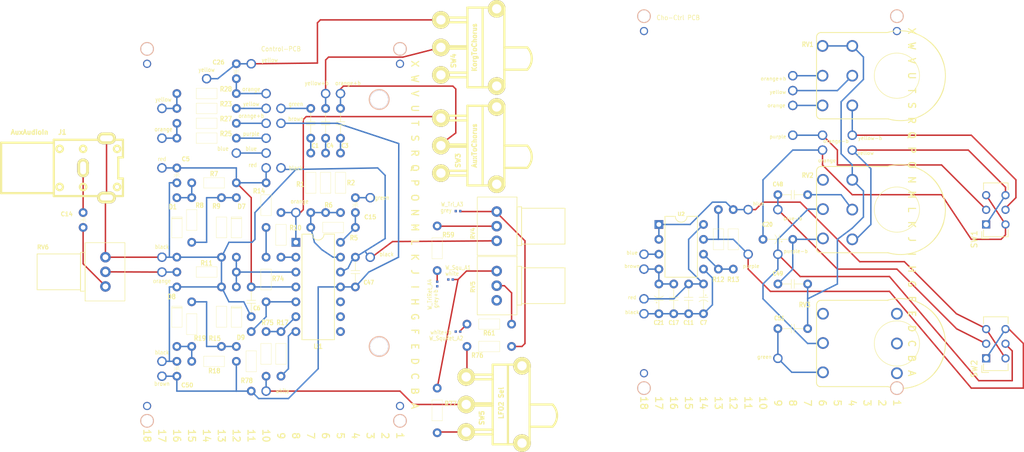
<source format=kicad_pcb>
(kicad_pcb (version 4) (host pcbnew 4.0.7)
  (layers (0 F.Cu signal) (31 B.Cu signal) (34 B.Paste user) (35 F.Paste user) (36 B.SilkS user) (37 F.SilkS user) (38 B.Mask user) (39 F.Mask user) (44 Edge.Cuts user))
  (net 0 "")
  (net 1 "Net-(C1-Pad2)")
  (net 2 "Net-(C3-Pad1)")
  (net 3 "Net-(C3-Pad2)")
  (net 4 "Net-(C4-Pad1)")
  (net 5 "Net-(C4-Pad2)")
  (net 6 "Net-(C14-Pad2)")
  (net 7 "Net-(D1-Pad1)")
  (net 8 "Net-(D7-Pad2)")
  (net 9 "Net-(D7-Pad1)")
  (net 10 "Net-(D8-Pad2)")
  (net 11 "Net-(D9-Pad2)")
  (net 12 "Net-(R1-Pad1)")
  (net 13 "Net-(R10-Pad1)")
  (net 14 "Net-(R14-Pad2)")
  (net 15 "Net-(R17-Pad2)")
  (net 16 "Net-(R17-Pad1)")
  (net 17 "Net-(R59-Pad1)")
  (net 18 "Net-(R61-Pad1)")
  (net 19 "Net-(R74-Pad2)")
  (net 20 "Net-(R76-Pad2)")
  (net 21 "Net-(R77-Pad1)")
  (net 22 "Net-(RV5-Pad1)")
  (net 23 "Net-(U1-Pad8)")
  (net 24 "Net-(U1-Pad9)")
  (net 25 "Net-(U1-Pad10)")
  (net 26 /ToChorus)
  (net 27 "Net-(C14-Pad1)")
  (net 28 "Net-(SW4-Pad1)")
  (net 29 "Net-(C1-Pad1)")
  (net 30 "Net-(C5-Pad1)")
  (net 31 "Net-(C15-Pad1)")
  (net 32 "Net-(C26-Pad1)")
  (net 33 "Net-(C26-Pad2)")
  (net 34 "Net-(C47-Pad1)")
  (net 35 "Net-(J1-Pad2)")
  (net 36 "Net-(C47-Pad2)")
  (net 37 "Net-(P_Aux_P2-Pad1)")
  (net 38 "Net-(P_Aux_P7-Pad1)")
  (net 39 "Net-(P_LFO_P6-Pad1)")
  (net 40 "Net-(P_L_A8-Pad1)")
  (net 41 "Net-(P_WetR_B4-Pad1)")
  (net 42 "Net-(P_R_A7-Pad1)")
  (net 43 "Net-(P_DryR_B3-Pad1)")
  (net 44 "Net-(R59-Pad2)")
  (net 45 "Net-(R61-Pad2)")
  (net 46 "Net-(R76-Pad1)")
  (net 47 "Net-(R77-Pad2)")
  (net 48 /+A_A4)
  (net 49 /+A_B6)
  (net 50 /L_A8)
  (net 51 /R_A7)
  (net 52 /Squ_A1)
  (net 53 /TriRet_A4)
  (net 54 /Tri_A3)
  (net 55 /-A_A3)
  (net 56 /Dry_A1)
  (net 57 /FB_B9)
  (net 58 /GND_B7)
  (net 59 /Wet_A6)
  (net 60 "Net-(P_Wet_A6-Pad1)")
  (net 61 /-A_B8)
  (net 62 "Net-(P_Aux_P2-Pad2)")
  (net 63 "Net-(P_Aux_P3-Pad2)")
  (net 64 "Net-(P_Aux_P7-Pad2)")
  (net 65 /DryRet_A2)
  (net 66 /DryR_B3)
  (net 67 /Dry_B1)
  (net 68 /GND_A5)
  (net 69 "Net-(P_GND_P5-Pad2)")
  (net 70 "Net-(P_KS_P1-Pad2)")
  (net 71 "Net-(P_KS_P4-Pad2)")
  (net 72 "Net-(P_LFO_P6-Pad2)")
  (net 73 /WetL_B2)
  (net 74 /WetR_B4)
  (net 75 /Wet_B5)
  (net 76 /SquRet_A2)
  (net 77 "Net-(P_WetL_B2-Pad1)")
  (net 78 "Net-(SW3-Pad1)")
  (net 79 "Net-(C11-Pad1)")
  (net 80 "Net-(C11-Pad2)")
  (net 81 "Net-(C17-Pad1)")
  (net 82 "Net-(C20-Pad1)")
  (net 83 "Net-(C20-Pad2)")
  (net 84 "Net-(C48-Pad1)")
  (net 85 "Net-(C48-Pad2)")
  (net 86 "Net-(C49-Pad2)")
  (net 87 "Net-(C51-Pad1)")
  (net 88 /+A_A6)
  (net 89 /-A_A8)
  (net 90 /DryCP_A1)
  (net 91 "Net-(P_DryCP_A1-Pad1)")
  (net 92 /DryR_A3)
  (net 93 "Net-(P_DryR_A3-Pad1)")
  (net 94 /FB_A9)
  (net 95 /GND_A7)
  (net 96 "Net-(P_HP_P7-Pad2)")
  (net 97 "Net-(P_LP_P8-Pad2)")
  (net 98 "Net-(P_LP_P8-Pad1)")
  (net 99 "Net-(P_OnHP_P5-Pad2)")
  (net 100 "Net-(P_OnHP_P5-Pad1)")
  (net 101 "Net-(P_OnLP_P6-Pad2)")
  (net 102 "Net-(P_OnLP_P6-Pad1)")
  (net 103 "Net-(P_OnL_P4-Pad2)")
  (net 104 "Net-(P_OnL_P4-Pad1)")
  (net 105 "Net-(P_OnR_P3-Pad2)")
  (net 106 /WetL_A2)
  (net 107 "Net-(P_WetL_A2-Pad1)")
  (net 108 "Net-(P_WetL_P2-Pad2)")
  (net 109 "Net-(P_WetL_P2-Pad1)")
  (net 110 /WetR_A4)
  (net 111 "Net-(P_WetR_A4-Pad1)")
  (net 112 "Net-(P_WetR_P1-Pad2)")
  (net 113 /Wet_A5)
  (net 114 "Net-(P_Wet_A5-Pad1)")
  (net 115 "Net-(R12-Pad2)")
  (net 116 "Net-(RV3-Pad1)")
  (net 117 "Net-(RV2-Pad1)")
  (module w_switch:switch_mfp116dg-ra (layer F.Cu) (at 110.49 32.766 90)
    (fp_text reference SW4 (at -2.286 -7.366 90) (layer F.SilkS) (effects (font (size 0.8 0.8) (thickness 0.2))))
    (fp_text value KorgToChorus (at 0 -3.81 90) (layer F.SilkS) (effects (font (size 0.8 0.8) (thickness 0.2))))
    (pad 1 thru_hole circle (at -4.699 -9.525 90) (size 3 3) (drill 1.6) (layers *.Cu *.Mask F.SilkS) (net 28 "Net-(SW4-Pad1)"))
    (pad 2 thru_hole circle (at 0 -9.52754 90) (size 3 3) (drill 1.6) (layers *.Cu *.Mask F.SilkS) (net 71 "Net-(P_KS_P4-Pad2)"))
    (pad 3 thru_hole circle (at 4.699 -9.52754 90) (size 3 3) (drill 1.6) (layers *.Cu *.Mask F.SilkS) (net 70 "Net-(P_KS_P1-Pad2)"))
    (pad "" thru_hole circle (at -6.59638 0 90) (size 3 3) (drill 1.6) (layers *.Cu *.Mask F.SilkS))
    (pad "" thru_hole circle (at 6.59638 0 90) (size 3 3) (drill 1.6) (layers *.Cu *.Mask F.SilkS))
  )
  (module MyKi_TH_Capacitors:200Mil_TH_C (layer F.Cu) (at 78.74 43.18 270)
    (fp_text reference C1 (at 6.35 -0.762 360) (layer F.SilkS) (effects (font (size 0.7 0.6))))
    (fp_text value 47n)
    (pad 1 thru_hole circle (at 0 0 270) (size 1.5 1.5) (drill 0.8) (layers *.Cu *.Mask) (net 29 "Net-(C1-Pad1)"))
    (pad 2 thru_hole circle (at 5.08 0 270) (size 1.5 1.5) (drill 0.8) (layers *.Cu *.Mask) (net 1 "Net-(C1-Pad2)"))
  )
  (module MyKi_TH_Capacitors:200Mil_TH_C (layer F.Cu) (at 83.82 43.18 270)
    (fp_text reference C3 (at 6.35 -0.762 360) (layer F.SilkS) (effects (font (size 0.7 0.6))))
    (fp_text value 47n)
    (pad 1 thru_hole circle (at 0 0 270) (size 1.5 1.5) (drill 0.8) (layers *.Cu *.Mask) (net 2 "Net-(C3-Pad1)"))
    (pad 2 thru_hole circle (at 5.08 0 270) (size 1.5 1.5) (drill 0.8) (layers *.Cu *.Mask) (net 3 "Net-(C3-Pad2)"))
  )
  (module MyKi_TH_Capacitors:200Mil_TH_C (layer F.Cu) (at 81.28 43.18 270)
    (fp_text reference C4 (at 6.35 -0.762 360) (layer F.SilkS) (effects (font (size 0.7 0.6))))
    (fp_text value 47n)
    (pad 1 thru_hole circle (at 0 0 270) (size 1.5 1.5) (drill 0.8) (layers *.Cu *.Mask) (net 4 "Net-(C4-Pad1)"))
    (pad 2 thru_hole circle (at 5.08 0 270) (size 1.5 1.5) (drill 0.8) (layers *.Cu *.Mask) (net 5 "Net-(C4-Pad2)"))
  )
  (module MyKi_TH_Capacitors:200Mil_TH_C (layer F.Cu) (at 68.58 78.74 90)
    (fp_text reference C6 (at 1.4605 0.9398 180) (layer F.SilkS) (effects (font (size 0.7 0.6))))
    (fp_text value 0.1µ)
    (pad 1 thru_hole circle (at 0 0 90) (size 1.5 1.5) (drill 0.8) (layers *.Cu *.Mask) (net 36 "Net-(C47-Pad2)"))
    (pad 2 thru_hole circle (at 5.08 0 90) (size 1.5 1.5) (drill 0.8) (layers *.Cu *.Mask) (net 30 "Net-(C5-Pad1)"))
  )
  (module MyKi_TH_Capacitors:200Mil_TH_C (layer F.Cu) (at 86.36 73.66 90)
    (fp_text reference C47 (at 0.762 2.286 180) (layer F.SilkS) (effects (font (size 0.7 0.6))))
    (fp_text value 0.1µ)
    (pad 1 thru_hole circle (at 0 0 90) (size 1.5 1.5) (drill 0.8) (layers *.Cu *.Mask) (net 34 "Net-(C47-Pad1)"))
    (pad 2 thru_hole circle (at 5.08 0 90) (size 1.5 1.5) (drill 0.8) (layers *.Cu *.Mask) (net 36 "Net-(C47-Pad2)"))
  )
  (module MyKi_TH_Panel_Controls:Pot_TH_Mini_pcbEdge (layer F.Cu) (at 43.688 68.58 180)
    (fp_text reference RV6 (at 10.668 1.7145 180) (layer F.SilkS) (effects (font (size 0.7 0.7))))
    (fp_text value B100K)
    (pad 3 thru_hole circle (at 0 -5 180) (size 1.8 1.8) (drill 1) (layers *.Cu *.Mask) (net 6 "Net-(C14-Pad2)"))
    (pad 2 thru_hole circle (at 0 -2.5 180) (size 1.8 1.8) (drill 1) (layers *.Cu *.Mask) (net 64 "Net-(P_Aux_P7-Pad2)"))
    (pad 1 thru_hole circle (at 0 0 180) (size 1.8 1.8) (drill 1) (layers *.Cu *.Mask) (net 35 "Net-(J1-Pad2)"))
  )
  (module w_switch:switch_mfp116dg-ra (layer F.Cu) (at 110.49 49.53 90)
    (fp_text reference SW3 (at -2.54 -6.604 90) (layer F.SilkS) (effects (font (size 0.8 0.8) (thickness 0.2))))
    (fp_text value AuxToChorus (at 0 -3.81 90) (layer F.SilkS) (effects (font (size 0.8 0.8) (thickness 0.2))))
    (pad 1 thru_hole circle (at -4.699 -9.525 90) (size 3 3) (drill 1.6) (layers *.Cu *.Mask F.SilkS) (net 78 "Net-(SW3-Pad1)"))
    (pad 2 thru_hole circle (at 0 -9.52754 90) (size 3 3) (drill 1.6) (layers *.Cu *.Mask F.SilkS) (net 63 "Net-(P_Aux_P3-Pad2)"))
    (pad 3 thru_hole circle (at 4.699 -9.52754 90) (size 3 3) (drill 1.6) (layers *.Cu *.Mask F.SilkS) (net 62 "Net-(P_Aux_P2-Pad2)"))
    (pad "" thru_hole circle (at -6.59638 0 90) (size 3 3) (drill 1.6) (layers *.Cu *.Mask F.SilkS))
    (pad "" thru_hole circle (at 6.59638 0 90) (size 3 3) (drill 1.6) (layers *.Cu *.Mask F.SilkS))
  )
  (module MyKi_TH_Panel_Controls:Pot_TH_Mini_pcbEdge (layer F.Cu) (at 110.49 65.786)
    (fp_text reference RV4 (at -4.064 -1.27 90) (layer F.SilkS) (effects (font (size 0.7 0.7))))
    (fp_text value B100K)
    (pad 3 thru_hole circle (at 0 -5) (size 1.8 1.8) (drill 1) (layers *.Cu *.Mask) (net 46 "Net-(R76-Pad1)"))
    (pad 2 thru_hole circle (at 0 -2.5) (size 1.8 1.8) (drill 1) (layers *.Cu *.Mask) (net 17 "Net-(R59-Pad1)"))
    (pad 1 thru_hole circle (at 0 0) (size 1.8 1.8) (drill 1) (layers *.Cu *.Mask) (net 69 "Net-(P_GND_P5-Pad2)"))
  )
  (module MyKi_TH_Panel_Controls:Pot_TH_Mini_pcbEdge (layer F.Cu) (at 110.49 75.946)
    (fp_text reference RV5 (at -4.064 -2.286 90) (layer F.SilkS) (effects (font (size 0.7 0.7))))
    (fp_text value B1M)
    (pad 3 thru_hole circle (at 0 -5) (size 1.8 1.8) (drill 1) (layers *.Cu *.Mask) (net 47 "Net-(R77-Pad2)"))
    (pad 2 thru_hole circle (at 0 -2.5) (size 1.8 1.8) (drill 1) (layers *.Cu *.Mask) (net 18 "Net-(R61-Pad1)"))
    (pad 1 thru_hole circle (at 0 0) (size 1.8 1.8) (drill 1) (layers *.Cu *.Mask) (net 22 "Net-(RV5-Pad1)"))
  )
  (module w_conn_av:rca_red (layer F.Cu) (at 39.878 53.34 270)
    (fp_text reference J1 (at -6.096 3.556 360) (layer F.SilkS) (effects (font (size 0.8 0.8) (thickness 0.2))))
    (fp_text value AuxAudioIn (at -6.096 9.144 360) (layer F.SilkS) (effects (font (size 0.8 0.8) (thickness 0.2))))
    (pad 2 thru_hole oval (at 5.0546 -3.99796 270) (size 1.99898 3.19786) (drill oval 0.99568 2.1971) (layers *.Cu *.Mask F.SilkS) (net 35 "Net-(J1-Pad2)"))
    (pad 1 thru_hole oval (at 0 0 270) (size 3.19786 1.99898) (drill oval 2.1971 0.99568) (layers *.Cu *.Mask F.SilkS) (net 27 "Net-(C14-Pad1)"))
    (pad 2 thru_hole oval (at -5.0546 -3.99796 270) (size 1.99898 3.19786) (drill oval 0.99568 2.1971) (layers *.Cu *.Mask F.SilkS) (net 35 "Net-(J1-Pad2)"))
  )
  (module w_switch:switch_mfp116dg-ra (layer F.Cu) (at 114.808 93.726 90)
    (fp_text reference SW5 (at -2.286 -6.858 90) (layer F.SilkS) (effects (font (size 0.8 0.8) (thickness 0.2))))
    (fp_text value "LFO2 Sel" (at 0.254 -3.556 90) (layer F.SilkS) (effects (font (size 0.8 0.8) (thickness 0.2))))
    (pad 1 thru_hole circle (at -4.699 -9.525 90) (size 3 3) (drill 1.6) (layers *.Cu *.Mask F.SilkS) (net 21 "Net-(R77-Pad1)"))
    (pad 2 thru_hole circle (at 0 -9.52754 90) (size 3 3) (drill 1.6) (layers *.Cu *.Mask F.SilkS) (net 72 "Net-(P_LFO_P6-Pad2)"))
    (pad 3 thru_hole circle (at 4.699 -9.52754 90) (size 3 3) (drill 1.6) (layers *.Cu *.Mask F.SilkS) (net 20 "Net-(R76-Pad2)"))
    (pad "" thru_hole circle (at -6.59638 0 90) (size 3 3) (drill 1.6) (layers *.Cu *.Mask F.SilkS))
    (pad "" thru_hole circle (at 6.59638 0 90) (size 3 3) (drill 1.6) (layers *.Cu *.Mask F.SilkS))
  )
  (module MyKi_TH_Resistors:400Mil_TH_Resistor (layer F.Cu) (at 55.88 40.64)
    (fp_text reference R28 (at 8.382 -0.762) (layer F.SilkS) (effects (font (size 0.8 0.7))))
    (fp_text value 33K)
    (pad 2 thru_hole circle (at 10.16 0) (size 1.5 1.5) (drill 0.8) (layers *.Cu *.Mask) (net 32 "Net-(C26-Pad1)"))
    (pad 1 thru_hole circle (at 0 0) (size 1.5 1.5) (drill 0.8) (layers *.Cu *.Mask) (net 40 "Net-(P_L_A8-Pad1)"))
  )
  (module MyKi_TH_Resistors:400Mil_TH_Resistor (layer F.Cu) (at 55.88 45.72)
    (fp_text reference R27 (at 8.382 -0.762) (layer F.SilkS) (effects (font (size 0.8 0.7))))
    (fp_text value 33K)
    (pad 2 thru_hole circle (at 10.16 0) (size 1.5 1.5) (drill 0.8) (layers *.Cu *.Mask) (net 43 "Net-(P_DryR_B3-Pad1)"))
    (pad 1 thru_hole circle (at 0 0) (size 1.5 1.5) (drill 0.8) (layers *.Cu *.Mask) (net 42 "Net-(P_R_A7-Pad1)"))
  )
  (module MyKi_TH_Resistors:400Mil_TH_Resistor (layer F.Cu) (at 55.88 48.26)
    (fp_text reference R25 (at 8.382 -0.762) (layer F.SilkS) (effects (font (size 0.8 0.7))))
    (fp_text value 18K)
    (pad 2 thru_hole circle (at 10.16 0) (size 1.5 1.5) (drill 0.8) (layers *.Cu *.Mask) (net 41 "Net-(P_WetR_B4-Pad1)"))
    (pad 1 thru_hole circle (at 0 0) (size 1.5 1.5) (drill 0.8) (layers *.Cu *.Mask) (net 42 "Net-(P_R_A7-Pad1)"))
  )
  (module MyKi_TH_Resistors:400Mil_TH_Resistor (layer F.Cu) (at 55.88 43.18)
    (fp_text reference R23 (at 8.382 -0.762) (layer F.SilkS) (effects (font (size 0.8 0.7))))
    (fp_text value 18K)
    (pad 2 thru_hole circle (at 10.16 0) (size 1.5 1.5) (drill 0.8) (layers *.Cu *.Mask) (net 77 "Net-(P_WetL_B2-Pad1)"))
    (pad 1 thru_hole circle (at 0 0) (size 1.5 1.5) (drill 0.8) (layers *.Cu *.Mask) (net 40 "Net-(P_L_A8-Pad1)"))
  )
  (module MyKi_TH_Resistors:400Mil_TH_Resistor (layer F.Cu) (at 63.5 83.82 90)
    (fp_text reference R15 (at 1.3716 -1.143 180) (layer F.SilkS) (effects (font (size 0.8 0.7))))
    (fp_text value 470)
    (pad 2 thru_hole circle (at 10.16 0 90) (size 1.5 1.5) (drill 0.8) (layers *.Cu *.Mask) (net 36 "Net-(C47-Pad2)"))
    (pad 1 thru_hole circle (at 0 0 90) (size 1.5 1.5) (drill 0.8) (layers *.Cu *.Mask) (net 11 "Net-(D9-Pad2)"))
  )
  (module MyKi_TH_Resistors:400Mil_TH_Resistor (layer F.Cu) (at 55.88 71.12)
    (fp_text reference R11 (at 5.08 -1.524) (layer F.SilkS) (effects (font (size 0.8 0.7))))
    (fp_text value 5.1K)
    (pad 2 thru_hole circle (at 10.16 0) (size 1.5 1.5) (drill 0.8) (layers *.Cu *.Mask) (net 8 "Net-(D7-Pad2)"))
    (pad 1 thru_hole circle (at 0 0) (size 1.5 1.5) (drill 0.8) (layers *.Cu *.Mask) (net 38 "Net-(P_Aux_P7-Pad1)"))
  )
  (module MyKi_TH_Resistors:400Mil_TH_Resistor (layer F.Cu) (at 63.5 68.58 90)
    (fp_text reference R9 (at 8.6995 -0.8636 180) (layer F.SilkS) (effects (font (size 0.8 0.7))))
    (fp_text value 470)
    (pad 2 thru_hole circle (at 10.16 0 90) (size 1.5 1.5) (drill 0.8) (layers *.Cu *.Mask) (net 9 "Net-(D7-Pad1)"))
    (pad 1 thru_hole circle (at 0 0 90) (size 1.5 1.5) (drill 0.8) (layers *.Cu *.Mask) (net 36 "Net-(C47-Pad2)"))
  )
  (module MyKi_TH_Resistors:400Mil_TH_Resistor (layer F.Cu) (at 81.28 60.96 90)
    (fp_text reference R6 (at 1.27 0.508 180) (layer F.SilkS) (effects (font (size 0.8 0.7))))
    (fp_text value 22K)
    (pad 2 thru_hole circle (at 10.16 0 90) (size 1.5 1.5) (drill 0.8) (layers *.Cu *.Mask) (net 5 "Net-(C4-Pad2)"))
    (pad 1 thru_hole circle (at 0 0 90) (size 1.5 1.5) (drill 0.8) (layers *.Cu *.Mask) (net 12 "Net-(R1-Pad1)"))
  )
  (module MyKi_TH_Resistors:400Mil_TH_Resistor (layer F.Cu) (at 83.82 50.8 270)
    (fp_text reference R2 (at 5.08 -1.778 360) (layer F.SilkS) (effects (font (size 0.8 0.7))))
    (fp_text value 33K)
    (pad 2 thru_hole circle (at 10.16 0 270) (size 1.5 1.5) (drill 0.8) (layers *.Cu *.Mask) (net 12 "Net-(R1-Pad1)"))
    (pad 1 thru_hole circle (at 0 0 270) (size 1.5 1.5) (drill 0.8) (layers *.Cu *.Mask) (net 3 "Net-(C3-Pad2)"))
  )
  (module MyKi_TH_Resistors:400Mil_TH_Resistor (layer F.Cu) (at 78.74 60.96 90)
    (fp_text reference R1 (at 4.826 -1.778 180) (layer F.SilkS) (effects (font (size 0.8 0.7))))
    (fp_text value 22K)
    (pad 2 thru_hole circle (at 10.16 0 90) (size 1.5 1.5) (drill 0.8) (layers *.Cu *.Mask) (net 1 "Net-(C1-Pad2)"))
    (pad 1 thru_hole circle (at 0 0 90) (size 1.5 1.5) (drill 0.8) (layers *.Cu *.Mask) (net 12 "Net-(R1-Pad1)"))
  )
  (module MyKi_TH_Resistors:400Mil_TH_Resistor (layer F.Cu) (at 68.58 81.28 270)
    (fp_text reference R78 (at 8.382 0.762 360) (layer F.SilkS) (effects (font (size 0.8 0.7))))
    (fp_text value 100K)
    (pad 2 thru_hole circle (at 10.16 0 270) (size 1.5 1.5) (drill 0.8) (layers *.Cu *.Mask) (net 34 "Net-(C47-Pad1)"))
    (pad 1 thru_hole circle (at 0 0 270) (size 1.5 1.5) (drill 0.8) (layers *.Cu *.Mask) (net 19 "Net-(R74-Pad2)"))
  )
  (module MyKi_TH_Resistors:300Mil_TH_Resistor (layer F.Cu) (at 58.42 55.88)
    (fp_text reference R7 (at 3.81 -1.524 180) (layer F.SilkS) (effects (font (size 0.8 0.7))))
    (fp_text value 1K)
    (pad 2 thru_hole circle (at 7.62 0) (size 1.5 1.5) (drill 0.8) (layers *.Cu *.Mask) (net 30 "Net-(C5-Pad1)"))
    (pad 1 thru_hole circle (at 0 0) (size 1.5 1.5) (drill 0.8) (layers *.Cu *.Mask) (net 7 "Net-(D1-Pad1)"))
  )
  (module MyKi_TH_Resistors:300Mil_TH_Resistor (layer F.Cu) (at 58.42 58.42 270)
    (fp_text reference R8 (at 1.3208 -1.3462 360) (layer F.SilkS) (effects (font (size 0.8 0.7))))
    (fp_text value 470)
    (pad 2 thru_hole circle (at 7.62 0 270) (size 1.5 1.5) (drill 0.8) (layers *.Cu *.Mask) (net 9 "Net-(D7-Pad1)"))
    (pad 1 thru_hole circle (at 0 0 270) (size 1.5 1.5) (drill 0.8) (layers *.Cu *.Mask) (net 7 "Net-(D1-Pad1)"))
  )
  (module MyKi_TH_Resistors:300Mil_TH_Resistor (layer F.Cu) (at 73.66 68.58 90)
    (fp_text reference R10 (at 5.0165 2.4765 180) (layer F.SilkS) (effects (font (size 0.8 0.7))))
    (fp_text value 5.1K)
    (pad 2 thru_hole circle (at 7.62 0 90) (size 1.5 1.5) (drill 0.8) (layers *.Cu *.Mask) (net 37 "Net-(P_Aux_P2-Pad1)"))
    (pad 1 thru_hole circle (at 0 0 90) (size 1.5 1.5) (drill 0.8) (layers *.Cu *.Mask) (net 13 "Net-(R10-Pad1)"))
  )
  (module MyKi_TH_Resistors:300Mil_TH_Resistor (layer F.Cu) (at 73.66 88.9 90)
    (fp_text reference R17 (at 9.144 0.254 180) (layer F.SilkS) (effects (font (size 0.8 0.7))))
    (fp_text value 1.5M)
    (pad 2 thru_hole circle (at 7.62 0 90) (size 1.5 1.5) (drill 0.8) (layers *.Cu *.Mask) (net 15 "Net-(R17-Pad2)"))
    (pad 1 thru_hole circle (at 0 0 90) (size 1.5 1.5) (drill 0.8) (layers *.Cu *.Mask) (net 16 "Net-(R17-Pad1)"))
  )
  (module MyKi_TH_Resistors:300Mil_TH_Resistor (layer F.Cu) (at 58.42 86.36)
    (fp_text reference R18 (at 3.8608 1.6256 180) (layer F.SilkS) (effects (font (size 0.8 0.7))))
    (fp_text value 1K)
    (pad 2 thru_hole circle (at 7.62 0) (size 1.5 1.5) (drill 0.8) (layers *.Cu *.Mask) (net 34 "Net-(C47-Pad1)"))
    (pad 1 thru_hole circle (at 0 0) (size 1.5 1.5) (drill 0.8) (layers *.Cu *.Mask) (net 10 "Net-(D8-Pad2)"))
  )
  (module MyKi_TH_Resistors:300Mil_TH_Resistor (layer F.Cu) (at 58.42 83.82 90)
    (fp_text reference R19 (at 1.397 1.397 180) (layer F.SilkS) (effects (font (size 0.8 0.7))))
    (fp_text value 470)
    (pad 2 thru_hole circle (at 7.62 0 90) (size 1.5 1.5) (drill 0.8) (layers *.Cu *.Mask) (net 11 "Net-(D9-Pad2)"))
    (pad 1 thru_hole circle (at 0 0 90) (size 1.5 1.5) (drill 0.8) (layers *.Cu *.Mask) (net 10 "Net-(D8-Pad2)"))
  )
  (module MyKi_TH_Resistors:300Mil_TH_Resistor (layer F.Cu) (at 71.12 68.58 270)
    (fp_text reference R74 (at 3.6703 -2.032 360) (layer F.SilkS) (effects (font (size 0.8 0.7))))
    (fp_text value 12K)
    (pad 2 thru_hole circle (at 7.62 0 270) (size 1.5 1.5) (drill 0.8) (layers *.Cu *.Mask) (net 19 "Net-(R74-Pad2)"))
    (pad 1 thru_hole circle (at 0 0 270) (size 1.5 1.5) (drill 0.8) (layers *.Cu *.Mask) (net 14 "Net-(R14-Pad2)"))
  )
  (module MyKi_TH_Resistors:300Mil_TH_Resistor (layer F.Cu) (at 71.12 88.9 90)
    (fp_text reference R75 (at 9.144 0.254 180) (layer F.SilkS) (effects (font (size 0.8 0.7))))
    (fp_text value 1M)
    (pad 2 thru_hole circle (at 7.62 0 90) (size 1.5 1.5) (drill 0.8) (layers *.Cu *.Mask) (net 15 "Net-(R17-Pad2)"))
    (pad 1 thru_hole circle (at 0 0 90) (size 1.5 1.5) (drill 0.8) (layers *.Cu *.Mask) (net 39 "Net-(P_LFO_P6-Pad1)"))
  )
  (module MyKi_TH_Resistors:300Mil_TH_Resistor (layer F.Cu) (at 78.74 63.5)
    (fp_text reference R5 (at 7.366 1.778 180) (layer F.SilkS) (effects (font (size 0.8 0.7))))
    (fp_text value 22K)
    (pad 2 thru_hole circle (at 7.62 0) (size 1.5 1.5) (drill 0.8) (layers *.Cu *.Mask) (net 26 /ToChorus))
    (pad 1 thru_hole circle (at 0 0) (size 1.5 1.5) (drill 0.8) (layers *.Cu *.Mask) (net 12 "Net-(R1-Pad1)"))
  )
  (module MyKi_TH_Resistors:300Mil_TH_Resistor (layer F.Cu) (at 100.33 63.246 270)
    (fp_text reference R59 (at 1.524 -1.905 540) (layer F.SilkS) (effects (font (size 0.8 0.7))))
    (fp_text value 10K)
    (pad 2 thru_hole circle (at 7.62 0 270) (size 1.5 1.5) (drill 0.8) (layers *.Cu *.Mask) (net 44 "Net-(R59-Pad2)"))
    (pad 1 thru_hole circle (at 0 0 270) (size 1.5 1.5) (drill 0.8) (layers *.Cu *.Mask) (net 17 "Net-(R59-Pad1)"))
  )
  (module MyKi_TH_Resistors:300Mil_TH_Resistor (layer F.Cu) (at 113.03 80.01 180)
    (fp_text reference R61 (at 3.81 -1.524 360) (layer F.SilkS) (effects (font (size 0.8 0.7))))
    (fp_text value 4.7K)
    (pad 2 thru_hole circle (at 7.62 0 180) (size 1.5 1.5) (drill 0.8) (layers *.Cu *.Mask) (net 45 "Net-(R61-Pad2)"))
    (pad 1 thru_hole circle (at 0 0 180) (size 1.5 1.5) (drill 0.8) (layers *.Cu *.Mask) (net 18 "Net-(R61-Pad1)"))
  )
  (module MyKi_TH_Resistors:300Mil_TH_Resistor (layer F.Cu) (at 113.03 83.82 180)
    (fp_text reference R76 (at 5.842 -1.524 360) (layer F.SilkS) (effects (font (size 0.8 0.7))))
    (fp_text value 220K)
    (pad 2 thru_hole circle (at 7.62 0 180) (size 1.5 1.5) (drill 0.8) (layers *.Cu *.Mask) (net 20 "Net-(R76-Pad2)"))
    (pad 1 thru_hole circle (at 0 0 180) (size 1.5 1.5) (drill 0.8) (layers *.Cu *.Mask) (net 46 "Net-(R76-Pad1)"))
  )
  (module MyKi_TH_Resistors:300Mil_TH_Resistor (layer F.Cu) (at 100.33 98.552 90)
    (fp_text reference R77 (at 4.953 2.286 180) (layer F.SilkS) (effects (font (size 0.8 0.7))))
    (fp_text value 1.5M)
    (pad 2 thru_hole circle (at 7.62 0 90) (size 1.5 1.5) (drill 0.8) (layers *.Cu *.Mask) (net 47 "Net-(R77-Pad2)"))
    (pad 1 thru_hole circle (at 0 0 90) (size 1.5 1.5) (drill 0.8) (layers *.Cu *.Mask) (net 21 "Net-(R77-Pad1)"))
  )
  (module MyKi_TH_Resistors:300Mil_TH_Resistor (layer F.Cu) (at 71.12 55.88 270)
    (fp_text reference R14 (at 1.397 1.2065 360) (layer F.SilkS) (effects (font (size 0.8 0.7))))
    (fp_text value 100K)
    (pad 2 thru_hole circle (at 7.62 0 270) (size 1.5 1.5) (drill 0.8) (layers *.Cu *.Mask) (net 14 "Net-(R14-Pad2)"))
    (pad 1 thru_hole circle (at 0 0 270) (size 1.5 1.5) (drill 0.8) (layers *.Cu *.Mask) (net 30 "Net-(C5-Pad1)"))
  )
  (module MyKi_TH_Capacitors:100Mil_TH_CP (layer F.Cu) (at 55.88 53.34 270)
    (fp_text reference C5 (at -1.524 -1.524 360) (layer F.SilkS) (effects (font (size 0.7 0.7))))
    (fp_text value 1µ)
    (pad 1 thru_hole circle (at 0 0 270) (size 1.5 1.5) (drill 0.8) (layers *.Cu *.Mask) (net 30 "Net-(C5-Pad1)"))
    (pad 2 thru_hole circle (at 2.54 0 270) (size 1.5 1.5) (drill 0.8) (layers *.Cu *.Mask) (net 36 "Net-(C47-Pad2)"))
  )
  (module MyKi_TH_Capacitors:100Mil_TH_CP (layer F.Cu) (at 39.878 60.96 270)
    (fp_text reference C14 (at 0.254 2.794 360) (layer F.SilkS) (effects (font (size 0.7 0.7))))
    (fp_text value 10µ)
    (pad 1 thru_hole circle (at 0 0 270) (size 1.5 1.5) (drill 0.8) (layers *.Cu *.Mask) (net 27 "Net-(C14-Pad1)"))
    (pad 2 thru_hole circle (at 2.54 0 270) (size 1.5 1.5) (drill 0.8) (layers *.Cu *.Mask) (net 6 "Net-(C14-Pad2)"))
  )
  (module MyKi_TH_Capacitors:100Mil_TH_CP (layer F.Cu) (at 86.36 58.42 270)
    (fp_text reference C15 (at 3.302 -2.54 360) (layer F.SilkS) (effects (font (size 0.7 0.7))))
    (fp_text value 10µ)
    (pad 1 thru_hole circle (at 0 0 270) (size 1.5 1.5) (drill 0.8) (layers *.Cu *.Mask) (net 31 "Net-(C15-Pad1)"))
    (pad 2 thru_hole circle (at 2.54 0 270) (size 1.5 1.5) (drill 0.8) (layers *.Cu *.Mask) (net 26 /ToChorus))
  )
  (module MyKi_TH_Capacitors:100Mil_TH_CP (layer F.Cu) (at 55.88 86.36 270)
    (fp_text reference C50 (at 4.064 -1.778 360) (layer F.SilkS) (effects (font (size 0.7 0.7))))
    (fp_text value 1µ)
    (pad 1 thru_hole circle (at 0 0 270) (size 1.5 1.5) (drill 0.8) (layers *.Cu *.Mask) (net 36 "Net-(C47-Pad2)"))
    (pad 2 thru_hole circle (at 2.54 0 270) (size 1.5 1.5) (drill 0.8) (layers *.Cu *.Mask) (net 34 "Net-(C47-Pad1)"))
  )
  (module MyKi_TH_Capacitors:100Mil_TH_CP (layer F.Cu) (at 66.04 38.1 90)
    (fp_text reference C26 (at 2.794 -3.048 180) (layer F.SilkS) (effects (font (size 0.7 0.7))))
    (fp_text value 1µ)
    (pad 1 thru_hole circle (at 0 0 90) (size 1.5 1.5) (drill 0.8) (layers *.Cu *.Mask) (net 32 "Net-(C26-Pad1)"))
    (pad 2 thru_hole circle (at 2.54 0 90) (size 1.5 1.5) (drill 0.8) (layers *.Cu *.Mask) (net 33 "Net-(C26-Pad2)"))
  )
  (module MyKi_TH_Diodes:400Mil_TH_Diode (layer F.Cu) (at 66.04 73.66 270)
    (fp_text reference D9 (at 8.636 -0.762 360) (layer F.SilkS) (effects (font (size 0.8 0.7))))
    (fp_text value 1N4148)
    (pad 2 thru_hole circle (at 10.16 0 180) (size 1.5 1.5) (drill 0.8) (layers *.Cu *.Mask) (net 11 "Net-(D9-Pad2)"))
    (pad 1 thru_hole circle (at 0 0 180) (size 1.5 1.5) (drill 0.8) (layers *.Cu *.Mask) (net 8 "Net-(D7-Pad2)"))
  )
  (module MyKi_TH_Diodes:400Mil_TH_Diode (layer F.Cu) (at 55.88 73.66 270)
    (fp_text reference D8 (at 1.6637 0.889 360) (layer F.SilkS) (effects (font (size 0.8 0.7))))
    (fp_text value 2v2)
    (pad 2 thru_hole circle (at 10.16 0 180) (size 1.5 1.5) (drill 0.8) (layers *.Cu *.Mask) (net 10 "Net-(D8-Pad2)"))
    (pad 1 thru_hole circle (at 0 0 180) (size 1.5 1.5) (drill 0.8) (layers *.Cu *.Mask) (net 36 "Net-(C47-Pad2)"))
  )
  (module MyKi_TH_Diodes:400Mil_TH_Diode (layer F.Cu) (at 66.04 58.42 270)
    (fp_text reference D7 (at 1.5113 -0.9017 360) (layer F.SilkS) (effects (font (size 0.8 0.7))))
    (fp_text value 1N4148)
    (pad 2 thru_hole circle (at 10.16 0 180) (size 1.5 1.5) (drill 0.8) (layers *.Cu *.Mask) (net 8 "Net-(D7-Pad2)"))
    (pad 1 thru_hole circle (at 0 0 180) (size 1.5 1.5) (drill 0.8) (layers *.Cu *.Mask) (net 9 "Net-(D7-Pad1)"))
  )
  (module MyKi_TH_Diodes:400Mil_TH_Diode (layer F.Cu) (at 55.88 58.42 270)
    (fp_text reference D1 (at 1.5621 0.6985 360) (layer F.SilkS) (effects (font (size 0.8 0.7))))
    (fp_text value 2v2)
    (pad 2 thru_hole circle (at 10.16 0 180) (size 1.5 1.5) (drill 0.8) (layers *.Cu *.Mask) (net 36 "Net-(C47-Pad2)"))
    (pad 1 thru_hole circle (at 0 0 180) (size 1.5 1.5) (drill 0.8) (layers *.Cu *.Mask) (net 7 "Net-(D1-Pad1)"))
  )
  (module MyKi_TH_IC:300Mil_DIP14 (layer F.Cu) (at 76.2 66.04)
    (fp_text reference U1 (at 3.81 17.78) (layer F.SilkS) (effects (font (size 0.8 0.8))))
    (fp_text value TL084)
    (pad 1 thru_hole rect (at 0 0) (size 1.5 1.5) (drill 0.8) (layers *.Cu *.Mask) (net 37 "Net-(P_Aux_P2-Pad1)"))
    (pad 8 thru_hole circle (at 7.62 15.24) (size 1.5 1.5) (drill 0.8) (layers *.Cu *.Mask) (net 23 "Net-(U1-Pad8)"))
    (pad 2 thru_hole circle (at 0 2.54) (size 1.5 1.5) (drill 0.8) (layers *.Cu *.Mask) (net 13 "Net-(R10-Pad1)"))
    (pad 9 thru_hole circle (at 7.62 12.7) (size 1.5 1.5) (drill 0.8) (layers *.Cu *.Mask) (net 24 "Net-(U1-Pad9)"))
    (pad 3 thru_hole circle (at 0 5.08) (size 1.5 1.5) (drill 0.8) (layers *.Cu *.Mask) (net 8 "Net-(D7-Pad2)"))
    (pad 10 thru_hole circle (at 7.62 10.16) (size 1.5 1.5) (drill 0.8) (layers *.Cu *.Mask) (net 25 "Net-(U1-Pad10)"))
    (pad 4 thru_hole circle (at 0 7.62) (size 1.5 1.5) (drill 0.8) (layers *.Cu *.Mask) (net 30 "Net-(C5-Pad1)"))
    (pad 11 thru_hole circle (at 7.62 7.62) (size 1.5 1.5) (drill 0.8) (layers *.Cu *.Mask) (net 34 "Net-(C47-Pad1)"))
    (pad 5 thru_hole circle (at 0 10.16) (size 1.5 1.5) (drill 0.8) (layers *.Cu *.Mask) (net 19 "Net-(R74-Pad2)"))
    (pad 12 thru_hole circle (at 7.62 5.08) (size 1.5 1.5) (drill 0.8) (layers *.Cu *.Mask) (net 36 "Net-(C47-Pad2)"))
    (pad 6 thru_hole circle (at 0 12.7) (size 1.5 1.5) (drill 0.8) (layers *.Cu *.Mask) (net 15 "Net-(R17-Pad2)"))
    (pad 13 thru_hole circle (at 7.62 2.54) (size 1.5 1.5) (drill 0.8) (layers *.Cu *.Mask) (net 12 "Net-(R1-Pad1)"))
    (pad 7 thru_hole circle (at 0 15.24) (size 1.5 1.5) (drill 0.8) (layers *.Cu *.Mask) (net 16 "Net-(R17-Pad1)"))
    (pad 14 thru_hole circle (at 7.62 0) (size 1.5 1.5) (drill 0.8) (layers *.Cu *.Mask) (net 26 /ToChorus))
  )
  (module MyKi_TH_Board_Features:BackPlated_TH (layer F.Cu) (at 93.98 93.98)
    (fp_text reference A1 hide)
    (fp_text value BackPlated_TH hide)
    (pad "" thru_hole circle (at 0 0) (size 1.4 1.4) (drill 1) (layers *.Mask B.Cu))
  )
  (module MyKi_TH_Board_Features:BackPlated_TH (layer F.Cu) (at 50.8 93.98)
    (fp_text reference A18 hide)
    (fp_text value BackPlated_TH hide)
    (pad "" thru_hole circle (at 0 0) (size 1.4 1.4) (drill 1) (layers *.Mask B.Cu))
  )
  (module MyKi_TH_Board_Features:BackPlated_TH (layer F.Cu) (at 93.98 35.56)
    (fp_text reference X1 hide)
    (fp_text value BackPlated_TH hide)
    (pad "" thru_hole circle (at 0 0) (size 1.4 1.4) (drill 1) (layers *.Mask B.Cu))
  )
  (module MyKi_TH_Board_Features:BackPlated_TH (layer F.Cu) (at 50.8 35.56)
    (fp_text reference X18 hide)
    (fp_text value BackPlated_TH hide)
    (pad "" thru_hole circle (at 0 0) (size 1.4 1.4) (drill 1) (layers *.Mask B.Cu))
  )
  (module MyKi_TH_Board_Features:2mm_DrillHole (layer F.Cu) (at 93.98 33.02)
    (fp_text reference Hole2 hide)
    (fp_text value 2mm_DrillHole hide)
    (pad "" thru_hole circle (at 0 0) (size 2 2) (drill 2) (layers *.Cu *.Mask))
  )
  (module MyKi_TH_Board_Features:2mm_DrillHole (layer F.Cu) (at 93.98 96.52)
    (fp_text reference Hole4 hide)
    (fp_text value 2mm_DrillHole hide)
    (pad "" thru_hole circle (at 0 0) (size 2 2) (drill 2) (layers *.Cu *.Mask))
  )
  (module MyKi_TH_Board_Features:2mm_DrillHole (layer F.Cu) (at 50.8 96.52)
    (fp_text reference Hole3 hide)
    (fp_text value 2mm_DrillHole hide)
    (pad "" thru_hole circle (at 0 0) (size 2 2) (drill 2) (layers *.Cu *.Mask))
  )
  (module MyKi_TH_Board_Features:2mm_DrillHole (layer F.Cu) (at 50.8 33.02)
    (fp_text reference Hole1 hide)
    (fp_text value 2mm_DrillHole hide)
    (pad "" thru_hole circle (at 0 0) (size 2 2) (drill 2) (layers *.Cu *.Mask))
  )
  (module MyKi_TH_Board_Features:3mm_DrillHole (layer F.Cu) (at 90.424 41.656)
    (fp_text reference Drill1 hide)
    (fp_text value 3mm_DrillHole hide)
    (pad "" thru_hole circle (at 0 0) (size 3 3) (drill 3) (layers *.Cu *.Mask))
  )
  (module MyKi_TH_Board_Features:3mm_DrillHole (layer F.Cu) (at 90.424 83.82)
    (fp_text reference Drill2 hide)
    (fp_text value 3mm_DrillHole hide)
    (pad "" thru_hole circle (at 0 0) (size 3 3) (drill 3) (layers *.Cu *.Mask))
  )
  (module MyKi_TH_Connectors:Conn_Female_Dupont-1_Val (layer F.Cu) (at 71.12 53.34)
    (fp_text reference P_+A_B6 hide)
    (fp_text value red (at -2.286 -0.508) (layer F.SilkS) (effects (font (size 0.7 0.6) (thickness 0.1))))
    (pad 2 thru_hole circle (at 0 0) (size 1.6 1.6) (drill 1.1) (layers *.Mask F.Cu) (net 49 /+A_B6))
    (pad 1 thru_hole circle (at 0 0) (size 1.6 1.6) (drill 1.1) (layers *.Mask B.Cu) (net 30 "Net-(C5-Pad1)"))
  )
  (module MyKi_TH_Connectors:Conn_Female_Dupont-1_Val (layer F.Cu) (at 73.66 45.72)
    (fp_text reference P_-A_B8 hide)
    (fp_text value brown (at 2.54 -0.762) (layer F.SilkS) (effects (font (size 0.7 0.6) (thickness 0.1))))
    (pad 2 thru_hole circle (at 0 0) (size 1.6 1.6) (drill 1.1) (layers *.Mask F.Cu) (net 61 /-A_B8))
    (pad 1 thru_hole circle (at 0 0) (size 1.6 1.6) (drill 1.1) (layers *.Mask B.Cu) (net 34 "Net-(C47-Pad1)"))
  )
  (module MyKi_TH_Connectors:Conn_Female_Dupont-1_Val (layer F.Cu) (at 76.2 60.96)
    (fp_text reference P_Aux_P2 hide)
    (fp_text value orange (at 0.635 -1.905) (layer F.SilkS) (effects (font (size 0.7 0.6) (thickness 0.1))))
    (pad 2 thru_hole circle (at 0 0) (size 1.6 1.6) (drill 1.1) (layers *.Mask F.Cu) (net 62 "Net-(P_Aux_P2-Pad2)"))
    (pad 1 thru_hole circle (at 0 0) (size 1.6 1.6) (drill 1.1) (layers *.Mask B.Cu) (net 37 "Net-(P_Aux_P2-Pad1)"))
  )
  (module MyKi_TH_Connectors:Conn_Female_Dupont-1_Val (layer F.Cu) (at 83.82 40.64)
    (fp_text reference P_Aux_P3 hide)
    (fp_text value orange+b (at 1.27 -1.778) (layer F.SilkS) (effects (font (size 0.7 0.6) (thickness 0.1))))
    (pad 2 thru_hole circle (at 0 0) (size 1.6 1.6) (drill 1.1) (layers *.Mask F.Cu) (net 63 "Net-(P_Aux_P3-Pad2)"))
    (pad 1 thru_hole circle (at 0 0) (size 1.6 1.6) (drill 1.1) (layers *.Mask B.Cu) (net 2 "Net-(C3-Pad1)"))
  )
  (module MyKi_TH_Connectors:Conn_Female_Dupont-1_Val (layer F.Cu) (at 53.34 71.12)
    (fp_text reference P_Aux_P7 hide)
    (fp_text value orange (at 0 1.524) (layer F.SilkS) (effects (font (size 0.7 0.6) (thickness 0.1))))
    (pad 2 thru_hole circle (at 0 0) (size 1.6 1.6) (drill 1.1) (layers *.Mask F.Cu) (net 64 "Net-(P_Aux_P7-Pad2)"))
    (pad 1 thru_hole circle (at 0 0) (size 1.6 1.6) (drill 1.1) (layers *.Mask B.Cu) (net 38 "Net-(P_Aux_P7-Pad1)"))
  )
  (module MyKi_TH_Connectors:Conn_Female_Dupont-1_Val (layer F.Cu) (at 71.12 45.72)
    (fp_text reference P_DryR_B3 hide)
    (fp_text value orange+b (at -2.54 -1.27) (layer F.SilkS) (effects (font (size 0.7 0.6) (thickness 0.1))))
    (pad 2 thru_hole circle (at 0 0) (size 1.6 1.6) (drill 1.1) (layers *.Mask F.Cu) (net 66 /DryR_B3))
    (pad 1 thru_hole circle (at 0 0) (size 1.6 1.6) (drill 1.1) (layers *.Mask B.Cu) (net 43 "Net-(P_DryR_B3-Pad1)"))
  )
  (module MyKi_TH_Connectors:Conn_Female_Dupont-1_Val (layer F.Cu) (at 71.12 40.64)
    (fp_text reference P_DryCP_B1 hide)
    (fp_text value orange (at -2.54 -0.762) (layer F.SilkS) (effects (font (size 0.7 0.6) (thickness 0.1))))
    (pad 2 thru_hole circle (at 0 0) (size 1.6 1.6) (drill 1.1) (layers *.Mask F.Cu) (net 67 /Dry_B1))
    (pad 1 thru_hole circle (at 0 0) (size 1.6 1.6) (drill 1.1) (layers *.Mask B.Cu) (net 32 "Net-(C26-Pad1)"))
  )
  (module MyKi_TH_Connectors:Conn_Female_Dupont-1_Val (layer F.Cu) (at 73.66 43.18)
    (fp_text reference P_FB_B9 hide)
    (fp_text value green (at 2.54 -0.762) (layer F.SilkS) (effects (font (size 0.7 0.6) (thickness 0.1))))
    (pad 2 thru_hole circle (at 0 0) (size 1.6 1.6) (drill 1.1) (layers *.Mask F.Cu) (net 57 /FB_B9))
    (pad 1 thru_hole circle (at 0 0) (size 1.6 1.6) (drill 1.1) (layers *.Mask B.Cu) (net 29 "Net-(C1-Pad1)"))
  )
  (module MyKi_TH_Connectors:Conn_Female_Dupont-1_Val (layer F.Cu) (at 73.66 53.34)
    (fp_text reference P_GND_B7 hide)
    (fp_text value black (at 2.54 0) (layer F.SilkS) (effects (font (size 0.7 0.6) (thickness 0.1))))
    (pad 2 thru_hole circle (at 0 0) (size 1.6 1.6) (drill 1.1) (layers *.Mask F.Cu) (net 58 /GND_B7))
    (pad 1 thru_hole circle (at 0 0) (size 1.6 1.6) (drill 1.1) (layers *.Mask B.Cu) (net 36 "Net-(C47-Pad2)"))
  )
  (module MyKi_TH_Connectors:Conn_Female_Dupont-1_Val (layer F.Cu) (at 88.9 68.58)
    (fp_text reference P_GND_P5 hide)
    (fp_text value black (at 2.794 -0.508) (layer F.SilkS) (effects (font (size 0.7 0.6) (thickness 0.1))))
    (pad 2 thru_hole circle (at 0 0) (size 1.6 1.6) (drill 1.1) (layers *.Mask F.Cu) (net 69 "Net-(P_GND_P5-Pad2)"))
    (pad 1 thru_hole circle (at 0 0) (size 1.6 1.6) (drill 1.1) (layers *.Mask B.Cu) (net 36 "Net-(C47-Pad2)"))
  )
  (module MyKi_TH_Connectors:Conn_Female_Dupont-1_Val (layer F.Cu) (at 53.34 68.58)
    (fp_text reference P_GND_P8 hide)
    (fp_text value black (at 0 -1.778) (layer F.SilkS) (effects (font (size 0.7 0.6) (thickness 0.1))))
    (pad 2 thru_hole circle (at 0 0) (size 1.6 1.6) (drill 1.1) (layers *.Mask F.Cu) (net 35 "Net-(J1-Pad2)"))
    (pad 1 thru_hole circle (at 0 0) (size 1.6 1.6) (drill 1.1) (layers *.Mask B.Cu) (net 36 "Net-(C47-Pad2)"))
  )
  (module MyKi_TH_Connectors:Conn_Female_Dupont-1_Val (layer F.Cu) (at 68.58 35.56)
    (fp_text reference P_KS_P1 hide)
    (fp_text value yellow (at 3.175 -0.635) (layer F.SilkS) (effects (font (size 0.7 0.6) (thickness 0.1))))
    (pad 2 thru_hole circle (at 0 0) (size 1.6 1.6) (drill 1.1) (layers *.Mask F.Cu) (net 70 "Net-(P_KS_P1-Pad2)"))
    (pad 1 thru_hole circle (at 0 0) (size 1.6 1.6) (drill 1.1) (layers *.Mask B.Cu) (net 33 "Net-(C26-Pad2)"))
  )
  (module MyKi_TH_Connectors:Conn_Female_Dupont-1_Val (layer F.Cu) (at 81.28 40.64)
    (fp_text reference P_KS_P4 hide)
    (fp_text value yellow+b (at -1.524 -1.778) (layer F.SilkS) (effects (font (size 0.7 0.6) (thickness 0.1))))
    (pad 2 thru_hole circle (at 0 0) (size 1.6 1.6) (drill 1.1) (layers *.Mask F.Cu) (net 71 "Net-(P_KS_P4-Pad2)"))
    (pad 1 thru_hole circle (at 0 0) (size 1.6 1.6) (drill 1.1) (layers *.Mask B.Cu) (net 4 "Net-(C4-Pad1)"))
  )
  (module MyKi_TH_Connectors:Conn_Female_Dupont-1_Val (layer F.Cu) (at 71.12 91.44)
    (fp_text reference P_LFO_P6 hide)
    (fp_text value white (at 2.794 0) (layer F.SilkS) (effects (font (size 0.7 0.6) (thickness 0.1))))
    (pad 2 thru_hole circle (at 0 0) (size 1.6 1.6) (drill 1.1) (layers *.Mask F.Cu) (net 72 "Net-(P_LFO_P6-Pad2)"))
    (pad 1 thru_hole circle (at 0 0) (size 1.6 1.6) (drill 1.1) (layers *.Mask B.Cu) (net 39 "Net-(P_LFO_P6-Pad1)"))
  )
  (module MyKi_TH_Connectors:Conn_Female_Dupont-1_Val (layer F.Cu) (at 71.12 48.26)
    (fp_text reference P_WetR_B4 hide)
    (fp_text value purple (at -2.54 -0.762) (layer F.SilkS) (effects (font (size 0.7 0.6) (thickness 0.1))))
    (pad 2 thru_hole circle (at 0 0) (size 1.6 1.6) (drill 1.1) (layers *.Mask F.Cu) (net 74 /WetR_B4))
    (pad 1 thru_hole circle (at 0 0) (size 1.6 1.6) (drill 1.1) (layers *.Mask B.Cu) (net 41 "Net-(P_WetR_B4-Pad1)"))
  )
  (module MyKi_TH_Connectors:Conn_Female_Dupont-1_Val (layer F.Cu) (at 71.12 50.8)
    (fp_text reference P_Wet_B5 hide)
    (fp_text value blue (at -2.54 -0.762) (layer F.SilkS) (effects (font (size 0.7 0.6) (thickness 0.1))))
    (pad 2 thru_hole circle (at 0 0) (size 1.6 1.6) (drill 1.1) (layers *.Mask F.Cu) (net 75 /Wet_B5))
    (pad 1 thru_hole circle (at 0 0) (size 1.6 1.6) (drill 1.1) (layers *.Mask B.Cu) (net 60 "Net-(P_Wet_A6-Pad1)"))
  )
  (module MyKi_TH_Connectors:TH_Wire_Val (layer F.Cu) (at 53.34 53.34)
    (fp_text reference P_+A_A4 hide)
    (fp_text value red (at 0 -1.524) (layer F.SilkS) (effects (font (size 0.7 0.6) (thickness 0.1))))
    (pad 2 thru_hole circle (at 0 0) (size 1.6 1.6) (drill 1.1) (layers *.Mask F.Cu) (net 48 /+A_A4))
    (pad 1 thru_hole circle (at 0 0) (size 1.6 1.6) (drill 1.1) (layers *.Mask B.Cu) (net 30 "Net-(C5-Pad1)"))
  )
  (module MyKi_TH_Connectors:TH_Wire_Val (layer F.Cu) (at 53.34 88.9)
    (fp_text reference P_-A_A3 hide)
    (fp_text value brown (at 0 1.27) (layer F.SilkS) (effects (font (size 0.7 0.6) (thickness 0.1))))
    (pad 2 thru_hole circle (at 0 0) (size 1.6 1.6) (drill 1.1) (layers *.Mask F.Cu) (net 55 /-A_A3))
    (pad 1 thru_hole circle (at 0 0) (size 1.6 1.6) (drill 1.1) (layers *.Mask B.Cu) (net 34 "Net-(C47-Pad1)"))
  )
  (module MyKi_TH_Connectors:TH_Wire_Val (layer F.Cu) (at 88.9 58.42)
    (fp_text reference P_DryRet_A2 hide)
    (fp_text value green (at 2.0066 0) (layer F.SilkS) (effects (font (size 0.7 0.6) (thickness 0.1))))
    (pad 2 thru_hole circle (at 0 0) (size 1.6 1.6) (drill 1.1) (layers *.Mask F.Cu) (net 65 /DryRet_A2))
    (pad 1 thru_hole circle (at 0 0) (size 1.6 1.6) (drill 1.1) (layers *.Mask B.Cu) (net 31 "Net-(C15-Pad1)"))
  )
  (module MyKi_TH_Connectors:TH_Wire_Val (layer F.Cu) (at 60.96 38.1)
    (fp_text reference P_Dry_A1 hide)
    (fp_text value yellow (at 0 -1.524) (layer F.SilkS) (effects (font (size 0.7 0.6) (thickness 0.1))))
    (pad 2 thru_hole circle (at 0 0) (size 1.6 1.6) (drill 1.1) (layers *.Mask F.Cu) (net 56 /Dry_A1))
    (pad 1 thru_hole circle (at 0 0) (size 1.6 1.6) (drill 1.1) (layers *.Mask B.Cu) (net 33 "Net-(C26-Pad2)"))
  )
  (module MyKi_TH_Connectors:TH_Wire_Val (layer F.Cu) (at 53.34 86.36)
    (fp_text reference P_GND_A5 hide)
    (fp_text value black (at 0 -1.524) (layer F.SilkS) (effects (font (size 0.7 0.6) (thickness 0.1))))
    (pad 2 thru_hole circle (at 0 0) (size 1.6 1.6) (drill 1.1) (layers *.Mask F.Cu) (net 68 /GND_A5))
    (pad 1 thru_hole circle (at 0 0) (size 1.6 1.6) (drill 1.1) (layers *.Mask B.Cu) (net 36 "Net-(C47-Pad2)"))
  )
  (module MyKi_TH_Connectors:TH_Wire_Val (layer F.Cu) (at 53.34 43.18)
    (fp_text reference P_L_A8 hide)
    (fp_text value yellow (at 0.254 -1.524) (layer F.SilkS) (effects (font (size 0.7 0.6) (thickness 0.1))))
    (pad 2 thru_hole circle (at 0 0) (size 1.6 1.6) (drill 1.1) (layers *.Mask F.Cu) (net 50 /L_A8))
    (pad 1 thru_hole circle (at 0 0) (size 1.6 1.6) (drill 1.1) (layers *.Mask B.Cu) (net 40 "Net-(P_L_A8-Pad1)"))
  )
  (module MyKi_TH_Connectors:TH_Wire_Val (layer F.Cu) (at 53.34 48.26)
    (fp_text reference P_R_A7 hide)
    (fp_text value orange (at 0.254 -1.524) (layer F.SilkS) (effects (font (size 0.7 0.6) (thickness 0.1))))
    (pad 2 thru_hole circle (at 0 0) (size 1.6 1.6) (drill 1.1) (layers *.Mask F.Cu) (net 51 /R_A7))
    (pad 1 thru_hole circle (at 0 0) (size 1.6 1.6) (drill 1.1) (layers *.Mask B.Cu) (net 42 "Net-(P_R_A7-Pad1)"))
  )
  (module MyKi_TH_Connectors:Conn_Female_Dupont-1_Val (layer F.Cu) (at 71.12 43.18)
    (fp_text reference P_WetL_B2 hide)
    (fp_text value yellow (at -2.54 -0.762) (layer F.SilkS) (effects (font (size 0.7 0.6) (thickness 0.1))))
    (pad 2 thru_hole circle (at 0 0) (size 1.6 1.6) (drill 1.1) (layers *.Mask F.Cu) (net 73 /WetL_B2))
    (pad 1 thru_hole circle (at 0 0) (size 1.6 1.6) (drill 1.1) (layers *.Mask B.Cu) (net 77 "Net-(P_WetL_B2-Pad1)"))
  )
  (module MyKi_TH_Connectors:TH_Wire_Val (layer F.Cu) (at 66.04 50.8)
    (fp_text reference P_Wet_A6 hide)
    (fp_text value blue (at -2.286 -0.762) (layer F.SilkS) (effects (font (size 0.7 0.6) (thickness 0.1))))
    (pad 2 thru_hole circle (at 0 0) (size 1.6 1.6) (drill 1.1) (layers *.Mask F.Cu) (net 59 /Wet_A6))
    (pad 1 thru_hole circle (at 0 0) (size 1.6 1.6) (drill 1.1) (layers *.Mask B.Cu) (net 60 "Net-(P_Wet_A6-Pad1)"))
  )
  (module MyKi_TH_Connectors:Wire_Ref-Val (layer F.Cu) (at 103.886 81.28)
    (fp_text reference W_SquRet_A2 (at -2.032 1.143) (layer F.SilkS) (effects (font (size 0.7 0.6) (thickness 0.1))))
    (fp_text value white+b (at -2.921 0.127) (layer F.SilkS) (effects (font (size 0.7 0.6) (thickness 0.1))))
    (pad 1 thru_hole rect (at -0.381 0) (size 0.4 0.4) (drill 0.0001) (layers *.Cu *.Mask) (net 76 /SquRet_A2))
    (pad 2 thru_hole rect (at 0.381 0) (size 0.4 0.4) (drill 0.0001) (layers *.Cu *.Mask) (net 45 "Net-(R61-Pad2)"))
  )
  (module MyKi_TH_Connectors:Wire_Ref-Val (layer F.Cu) (at 102.616 72.39)
    (fp_text reference W_Squ_A1 (at 1.27 -2.032) (layer F.SilkS) (effects (font (size 0.7 0.6) (thickness 0.1))))
    (fp_text value white (at 0.254 -1.016) (layer F.SilkS) (effects (font (size 0.7 0.6) (thickness 0.1))))
    (pad 1 thru_hole rect (at -0.381 0) (size 0.4 0.4) (drill 0.0001) (layers *.Cu *.Mask) (net 52 /Squ_A1))
    (pad 2 thru_hole rect (at 0.381 0) (size 0.4 0.4) (drill 0.0001) (layers *.Cu *.Mask) (net 47 "Net-(R77-Pad2)"))
  )
  (module MyKi_TH_Connectors:Wire_Ref-Val (layer F.Cu) (at 100.33 73.152 90)
    (fp_text reference W_TriRet_A4 (at -1.778 -1.27 90) (layer F.SilkS) (effects (font (size 0.7 0.6) (thickness 0.1))))
    (fp_text value grey+b (at -2.54 -0.254 90) (layer F.SilkS) (effects (font (size 0.7 0.6) (thickness 0.1))))
    (pad 1 thru_hole rect (at -0.381 0 90) (size 0.4 0.4) (drill 0.0001) (layers *.Cu *.Mask) (net 53 /TriRet_A4))
    (pad 2 thru_hole rect (at 0.381 0 90) (size 0.4 0.4) (drill 0.0001) (layers *.Cu *.Mask) (net 44 "Net-(R59-Pad2)"))
  )
  (module MyKi_TH_Connectors:Wire_Ref-Val (layer F.Cu) (at 103.886 60.706)
    (fp_text reference W_Tri_A3 (at -1.016 -1.143) (layer F.SilkS) (effects (font (size 0.7 0.6) (thickness 0.1))))
    (fp_text value grey (at -2.032 -0.127) (layer F.SilkS) (effects (font (size 0.7 0.6) (thickness 0.1))))
    (pad 1 thru_hole rect (at -0.381 0) (size 0.4 0.4) (drill 0.0001) (layers *.Cu *.Mask) (net 54 /Tri_A3))
    (pad 2 thru_hole rect (at 0.381 0) (size 0.4 0.4) (drill 0.0001) (layers *.Cu *.Mask) (net 46 "Net-(R76-Pad1)"))
  )
  (module MyKi_TH_Panel_Controls:400x500Mil_TH_Pot_reinfoced_FaceUp (layer F.Cu) (at 171.196 83.312)
    (fp_text reference RV3 (at -8.128 -6.604 180) (layer F.SilkS) (effects (font (size 0.8 0.7))))
    (fp_text value B10K)
    (pad 3 thru_hole circle (at -5.00126 4.92252) (size 2 2) (drill 1.4) (layers *.Cu *.Mask) (net 87 "Net-(C51-Pad1)"))
    (pad 2 thru_hole circle (at -5.00126 -0.07874) (size 2 2) (drill 1.4) (layers *.Cu *.Mask) (net 98 "Net-(P_LP_P8-Pad1)"))
    (pad 1 thru_hole circle (at -5.00126 -5.08) (size 2 2) (drill 1.4) (layers *.Cu *.Mask) (net 116 "Net-(RV3-Pad1)"))
    (pad "" thru_hole circle (at 7.62 0) (size 2 2) (drill 1.4) (layers *.Cu *.Mask))
    (pad "" thru_hole circle (at 7.62 5.08) (size 2 2) (drill 1.4) (layers *.Cu *.Mask))
    (pad "" thru_hole circle (at 7.62 -5.08) (size 2 2) (drill 1.4) (layers *.Cu *.Mask))
  )
  (module MyKi_TH_Board_Features:BackPlated_TH (layer F.Cu) (at 178.816 88.392)
    (fp_text reference A1 hide)
    (fp_text value BackPlated_TH hide)
    (pad "" thru_hole circle (at 0 0) (size 1.4 1.4) (drill 1) (layers *.Mask B.Cu))
  )
  (module MyKi_TH_Board_Features:BackPlated_TH (layer F.Cu) (at 135.636 88.392)
    (fp_text reference A18 hide)
    (fp_text value BackPlated_TH hide)
    (pad "" thru_hole circle (at 0 0) (size 1.4 1.4) (drill 1) (layers *.Mask B.Cu))
  )
  (module MyKi_TH_Board_Features:BackPlated_TH (layer F.Cu) (at 178.816 29.972)
    (fp_text reference X1 hide)
    (fp_text value BackPlated_TH hide)
    (pad "" thru_hole circle (at 0 0) (size 1.4 1.4) (drill 1) (layers *.Mask B.Cu))
  )
  (module MyKi_TH_Board_Features:BackPlated_TH (layer F.Cu) (at 135.636 29.972)
    (fp_text reference X18 hide)
    (fp_text value BackPlated_TH hide)
    (pad "" thru_hole circle (at 0 0) (size 1.4 1.4) (drill 1) (layers *.Mask B.Cu))
  )
  (module MyKi_TH_Board_Features:2mm_DrillHole (layer F.Cu) (at 178.816 27.432)
    (fp_text reference Hole2 hide)
    (fp_text value 2mm_DrillHole hide)
    (pad "" thru_hole circle (at 0 0) (size 2 2) (drill 2) (layers *.Cu *.Mask))
  )
  (module MyKi_TH_Board_Features:2mm_DrillHole (layer F.Cu) (at 178.816 90.932)
    (fp_text reference Hole4 hide)
    (fp_text value 2mm_DrillHole hide)
    (pad "" thru_hole circle (at 0 0) (size 2 2) (drill 2) (layers *.Cu *.Mask))
  )
  (module MyKi_TH_Board_Features:2mm_DrillHole (layer F.Cu) (at 135.636 90.932)
    (fp_text reference Hole3 hide)
    (fp_text value 2mm_DrillHole hide)
    (pad "" thru_hole circle (at 0 0) (size 2 2) (drill 2) (layers *.Cu *.Mask))
  )
  (module MyKi_TH_Board_Features:2mm_DrillHole (layer F.Cu) (at 135.636 27.432)
    (fp_text reference Hole1 hide)
    (fp_text value 2mm_DrillHole hide)
    (pad "" thru_hole circle (at 0 0) (size 2 2) (drill 2) (layers *.Cu *.Mask))
  )
  (module MyKi_TH_Capacitors:200Mil_TH_C (layer F.Cu) (at 143.256 73.152 270)
    (fp_text reference C11 (at 6.604 0 540) (layer F.SilkS) (effects (font (size 0.7 0.6))))
    (fp_text value 0.1µ)
    (pad 1 thru_hole circle (at 0 0 270) (size 1.5 1.5) (drill 0.8) (layers *.Cu *.Mask) (net 79 "Net-(C11-Pad1)"))
    (pad 2 thru_hole circle (at 5.08 0 270) (size 1.5 1.5) (drill 0.8) (layers *.Cu *.Mask) (net 80 "Net-(C11-Pad2)"))
  )
  (module MyKi_TH_Capacitors:200Mil_TH_C (layer F.Cu) (at 140.716 73.152 270)
    (fp_text reference C17 (at 6.604 0 540) (layer F.SilkS) (effects (font (size 0.7 0.6))))
    (fp_text value 0.1µ)
    (pad 1 thru_hole circle (at 0 0 270) (size 1.5 1.5) (drill 0.8) (layers *.Cu *.Mask) (net 81 "Net-(C17-Pad1)"))
    (pad 2 thru_hole circle (at 5.08 0 270) (size 1.5 1.5) (drill 0.8) (layers *.Cu *.Mask) (net 80 "Net-(C11-Pad2)"))
  )
  (module MyKi_TH_Capacitors:200Mil_TH_CP (layer F.Cu) (at 161.036 65.532 180)
    (fp_text reference C20 (at 4.318 2.54 180) (layer F.SilkS) (effects (font (size 0.7 0.6))))
    (fp_text value 1µ)
    (pad 1 thru_hole circle (at 0 0 180) (size 1.5 1.5) (drill 0.8) (layers *.Cu *.Mask) (net 82 "Net-(C20-Pad1)"))
    (pad 2 thru_hole circle (at 5.08 0 180) (size 1.5 1.5) (drill 0.8) (layers *.Cu *.Mask) (net 83 "Net-(C20-Pad2)"))
  )
  (module MyKi_TH_Capacitors:200Mil_TH_C (layer F.Cu) (at 158.496 73.152)
    (fp_text reference C49 (at 0 -1.778) (layer F.SilkS) (effects (font (size 0.7 0.6))))
    (fp_text value 0.1µ)
    (pad 1 thru_hole circle (at 0 0) (size 1.5 1.5) (drill 0.8) (layers *.Cu *.Mask) (net 82 "Net-(C20-Pad1)"))
    (pad 2 thru_hole circle (at 5.08 0) (size 1.5 1.5) (drill 0.8) (layers *.Cu *.Mask) (net 86 "Net-(C49-Pad2)"))
  )
  (module Buttons_Switches_THT:SW_CuK_JS202011AQN_DPDT_Angled (layer F.Cu) (at 194.056 62.992 90)
    (fp_text reference SW1 (at -2.54 -2.032 90) (layer F.SilkS))
    (fp_text value ChoFilterPan)
    (pad 1 thru_hole rect (at 0 0 90) (size 1.4 1.4) (drill 0.9) (layers *.Cu *.Mask) (net 103 "Net-(P_OnL_P4-Pad2)"))
    (pad 2 thru_hole circle (at 2.5 0 90) (size 1.4 1.4) (drill 0.9) (layers *.Cu *.Mask) (net 112 "Net-(P_WetR_P1-Pad2)"))
    (pad 3 thru_hole circle (at 5 0 90) (size 1.4 1.4) (drill 0.9) (layers *.Cu *.Mask) (net 105 "Net-(P_OnR_P3-Pad2)"))
    (pad 4 thru_hole circle (at 0 3.3 90) (size 1.4 1.4) (drill 0.9) (layers *.Cu *.Mask) (net 105 "Net-(P_OnR_P3-Pad2)"))
    (pad 5 thru_hole circle (at 2.5 3.3 90) (size 1.4 1.4) (drill 0.9) (layers *.Cu *.Mask) (net 108 "Net-(P_WetL_P2-Pad2)"))
    (pad 6 thru_hole circle (at 5 3.3 90) (size 1.4 1.4) (drill 0.9) (layers *.Cu *.Mask) (net 103 "Net-(P_OnL_P4-Pad2)"))
  )
  (module Buttons_Switches_THT:SW_CuK_JS202011AQN_DPDT_Angled (layer F.Cu) (at 194.056 85.852 90)
    (fp_text reference SW2 (at -1.778 -2.032 90) (layer F.SilkS))
    (fp_text value ChoFbInv)
    (pad 1 thru_hole rect (at 0 0 90) (size 1.4 1.4) (drill 0.9) (layers *.Cu *.Mask) (net 101 "Net-(P_OnLP_P6-Pad2)"))
    (pad 2 thru_hole circle (at 2.5 0 90) (size 1.4 1.4) (drill 0.9) (layers *.Cu *.Mask) (net 96 "Net-(P_HP_P7-Pad2)"))
    (pad 3 thru_hole circle (at 5 0 90) (size 1.4 1.4) (drill 0.9) (layers *.Cu *.Mask) (net 99 "Net-(P_OnHP_P5-Pad2)"))
    (pad 4 thru_hole circle (at 0 3.3 90) (size 1.4 1.4) (drill 0.9) (layers *.Cu *.Mask) (net 99 "Net-(P_OnHP_P5-Pad2)"))
    (pad 5 thru_hole circle (at 2.5 3.3 90) (size 1.4 1.4) (drill 0.9) (layers *.Cu *.Mask) (net 97 "Net-(P_LP_P8-Pad2)"))
    (pad 6 thru_hole circle (at 5 3.3 90) (size 1.4 1.4) (drill 0.9) (layers *.Cu *.Mask) (net 101 "Net-(P_OnLP_P6-Pad2)"))
  )
  (module MyKi_TH_Resistors:400Mil_TH_Resistor (layer F.Cu) (at 148.336 60.452 270)
    (fp_text reference R12 (at 11.938 0 360) (layer F.SilkS) (effects (font (size 0.8 0.7))))
    (fp_text value 47K)
    (pad 2 thru_hole circle (at 10.16 0 270) (size 1.5 1.5) (drill 0.8) (layers *.Cu *.Mask) (net 115 "Net-(R12-Pad2)"))
    (pad 1 thru_hole circle (at 0 0 270) (size 1.5 1.5) (drill 0.8) (layers *.Cu *.Mask) (net 102 "Net-(P_OnLP_P6-Pad1)"))
  )
  (module MyKi_TH_Resistors:400Mil_TH_Resistor (layer F.Cu) (at 150.876 60.452 270)
    (fp_text reference R13 (at 11.938 0 360) (layer F.SilkS) (effects (font (size 0.8 0.7))))
    (fp_text value 47K)
    (pad 2 thru_hole circle (at 10.16 0 270) (size 1.5 1.5) (drill 0.8) (layers *.Cu *.Mask) (net 115 "Net-(R12-Pad2)"))
    (pad 1 thru_hole circle (at 0 0 270) (size 1.5 1.5) (drill 0.8) (layers *.Cu *.Mask) (net 100 "Net-(P_OnHP_P5-Pad1)"))
  )
  (module MyKi_TH_Capacitors:200Mil_TH_CP_no3D (layer F.Cu) (at 145.796 73.152 270)
    (fp_text reference C7 (at 6.604 0 540) (layer F.SilkS) (effects (font (size 0.7 0.6))))
    (fp_text value 1µ)
    (pad 1 thru_hole circle (at 0 0 270) (size 1.5 1.5) (drill 0.8) (layers *.Cu *.Mask) (net 79 "Net-(C11-Pad1)"))
    (pad 2 thru_hole circle (at 5.08 0 270) (size 1.5 1.5) (drill 0.8) (layers *.Cu *.Mask) (net 80 "Net-(C11-Pad2)"))
  )
  (module MyKi_TH_Capacitors:200Mil_TH_CP_no3D (layer F.Cu) (at 138.176 78.232 90)
    (fp_text reference C21 (at -1.524 0 360) (layer F.SilkS) (effects (font (size 0.7 0.6))))
    (fp_text value 1µ)
    (pad 1 thru_hole circle (at 0 0 90) (size 1.5 1.5) (drill 0.8) (layers *.Cu *.Mask) (net 80 "Net-(C11-Pad2)"))
    (pad 2 thru_hole circle (at 5.08 0 90) (size 1.5 1.5) (drill 0.8) (layers *.Cu *.Mask) (net 81 "Net-(C17-Pad1)"))
  )
  (module MyKi_TH_Panel_Controls:400x200Mil_TH_Pot_Dual_FaceUp (layer F.Cu) (at 171.196 60.452)
    (fp_text reference RV2 (at -7.62 -5.842 180) (layer F.SilkS) (effects (font (size 0.8 0.7))))
    (fp_text value DUAL_B100K)
    (pad 3 thru_hole circle (at -5.00126 4.92252) (size 2 2) (drill 1.4) (layers *.Cu *.Mask) (net 82 "Net-(C20-Pad1)"))
    (pad 2 thru_hole circle (at -5.00126 -0.07874) (size 2 2) (drill 1.4) (layers *.Cu *.Mask) (net 98 "Net-(P_LP_P8-Pad1)"))
    (pad 1 thru_hole circle (at -5.00126 -5.08) (size 2 2) (drill 1.4) (layers *.Cu *.Mask) (net 117 "Net-(RV2-Pad1)"))
    (pad 5 thru_hole circle (at 0 0) (size 2 2) (drill 1.4) (layers *.Cu *.Mask) (net 85 "Net-(C48-Pad2)"))
    (pad 6 thru_hole circle (at 0 5.08) (size 2 2) (drill 1.4) (layers *.Cu *.Mask) (net 104 "Net-(P_OnL_P4-Pad1)"))
    (pad 4 thru_hole circle (at 0 -5.08) (size 2 2) (drill 1.4) (layers *.Cu *.Mask) (net 86 "Net-(C49-Pad2)"))
  )
  (module MyKi_TH_IC:300Mil_DIP8 (layer F.Cu) (at 138.176 62.992)
    (fp_text reference U2 (at 3.81 -1.778) (layer F.SilkS) (effects (font (size 0.6 0.6))))
    (fp_text value NJM4556)
    (pad 1 thru_hole rect (at 0 0) (size 1.5 1.5) (drill 0.8) (layers *.Cu *.Mask) (net 100 "Net-(P_OnHP_P5-Pad1)"))
    (pad 8 thru_hole circle (at 7.62 0) (size 1.5 1.5) (drill 0.8) (layers *.Cu *.Mask) (net 79 "Net-(C11-Pad1)"))
    (pad 2 thru_hole circle (at 0 2.54) (size 1.5 1.5) (drill 0.8) (layers *.Cu *.Mask) (net 100 "Net-(P_OnHP_P5-Pad1)"))
    (pad 3 thru_hole circle (at 0 5.08) (size 1.5 1.5) (drill 0.8) (layers *.Cu *.Mask) (net 114 "Net-(P_Wet_A5-Pad1)"))
    (pad 4 thru_hole circle (at 0 7.62) (size 1.5 1.5) (drill 0.8) (layers *.Cu *.Mask) (net 81 "Net-(C17-Pad1)"))
    (pad 5 thru_hole circle (at 7.62 7.62) (size 1.5 1.5) (drill 0.8) (layers *.Cu *.Mask) (net 80 "Net-(C11-Pad2)"))
    (pad 6 thru_hole circle (at 7.62 5.08) (size 1.5 1.5) (drill 0.8) (layers *.Cu *.Mask) (net 115 "Net-(R12-Pad2)"))
    (pad 7 thru_hole circle (at 7.62 2.54) (size 1.5 1.5) (drill 0.8) (layers *.Cu *.Mask) (net 102 "Net-(P_OnLP_P6-Pad1)"))
  )
  (module MyKi_TH_Connectors:TH_Wire (layer F.Cu) (at 135.636 75.692 180)
    (fp_text reference P_+A_A6)
    (fp_text value red (at 2.032 0.254 180) (layer F.SilkS) (effects (font (size 0.6 0.6) (thickness 0.1))))
    (pad 2 thru_hole circle (at 0 0 180) (size 1.6 1.6) (drill 1.1) (layers *.Mask F.Cu) (net 88 /+A_A6))
    (pad 1 thru_hole circle (at 0 0 180) (size 1.6 1.6) (drill 1.1) (layers *.Mask B.Cu) (net 79 "Net-(C11-Pad1)"))
  )
  (module MyKi_TH_Connectors:TH_Wire (layer F.Cu) (at 135.636 70.612 180)
    (fp_text reference P_-A_A8)
    (fp_text value brown (at 2.032 0.508 180) (layer F.SilkS) (effects (font (size 0.6 0.6) (thickness 0.1))))
    (pad 2 thru_hole circle (at 0 0 180) (size 1.6 1.6) (drill 1.1) (layers *.Mask F.Cu) (net 89 /-A_A8))
    (pad 1 thru_hole circle (at 0 0 180) (size 1.6 1.6) (drill 1.1) (layers *.Mask B.Cu) (net 81 "Net-(C17-Pad1)"))
  )
  (module MyKi_TH_Connectors:TH_Wire (layer F.Cu) (at 161.036 42.672 180)
    (fp_text reference P_DryCP_A1)
    (fp_text value orange (at 2.794 0 180) (layer F.SilkS) (effects (font (size 0.6 0.6) (thickness 0.1))))
    (pad 2 thru_hole circle (at 0 0 180) (size 1.6 1.6) (drill 1.1) (layers *.Mask F.Cu) (net 90 /DryCP_A1))
    (pad 1 thru_hole circle (at 0 0 180) (size 1.6 1.6) (drill 1.1) (layers *.Mask B.Cu) (net 91 "Net-(P_DryCP_A1-Pad1)"))
  )
  (module MyKi_TH_Connectors:TH_Wire (layer F.Cu) (at 161.036 37.592 180)
    (fp_text reference P_DryR_A3)
    (fp_text value orange+b (at 3.302 -0.508 180) (layer F.SilkS) (effects (font (size 0.6 0.6) (thickness 0.1))))
    (pad 2 thru_hole circle (at 0 0 180) (size 1.6 1.6) (drill 1.1) (layers *.Mask F.Cu) (net 92 /DryR_A3))
    (pad 1 thru_hole circle (at 0 0 180) (size 1.6 1.6) (drill 1.1) (layers *.Mask B.Cu) (net 93 "Net-(P_DryR_A3-Pad1)"))
  )
  (module MyKi_TH_Connectors:TH_Wire (layer F.Cu) (at 158.496 85.852 180)
    (fp_text reference P_FB_A9)
    (fp_text value green (at 2.286 0.254 180) (layer F.SilkS) (effects (font (size 0.6 0.6) (thickness 0.1))))
    (pad 2 thru_hole circle (at 0 0 180) (size 1.6 1.6) (drill 1.1) (layers *.Mask F.Cu) (net 94 /FB_A9))
    (pad 1 thru_hole circle (at 0 0 180) (size 1.6 1.6) (drill 1.1) (layers *.Mask B.Cu) (net 87 "Net-(C51-Pad1)"))
  )
  (module MyKi_TH_Connectors:TH_Wire (layer F.Cu) (at 135.636 78.232 180)
    (fp_text reference P_GND_A7)
    (fp_text value black (at 2.032 0.254 180) (layer F.SilkS) (effects (font (size 0.6 0.6) (thickness 0.1))))
    (pad 2 thru_hole circle (at 0 0 180) (size 1.6 1.6) (drill 1.1) (layers *.Mask F.Cu) (net 95 /GND_A7))
    (pad 1 thru_hole circle (at 0 0 180) (size 1.6 1.6) (drill 1.1) (layers *.Mask B.Cu) (net 80 "Net-(C11-Pad2)"))
  )
  (module MyKi_TH_Connectors:TH_Wire (layer F.Cu) (at 158.496 60.452)
    (fp_text reference P_HP_P7)
    (fp_text value blue-b (at 2.54 1.524) (layer F.SilkS) (effects (font (size 0.6 0.6) (thickness 0.1))))
    (pad 2 thru_hole circle (at 0 0) (size 1.6 1.6) (drill 1.1) (layers *.Mask F.Cu) (net 96 "Net-(P_HP_P7-Pad2)"))
    (pad 1 thru_hole circle (at 0 0) (size 1.6 1.6) (drill 1.1) (layers *.Mask B.Cu) (net 84 "Net-(C48-Pad1)"))
  )
  (module MyKi_TH_Connectors:TH_Wire (layer F.Cu) (at 158.496 68.072)
    (fp_text reference P_LP_P8)
    (fp_text value purple-b (at 3.048 -0.508) (layer F.SilkS) (effects (font (size 0.6 0.6) (thickness 0.1))))
    (pad 2 thru_hole circle (at 0 0) (size 1.6 1.6) (drill 1.1) (layers *.Mask F.Cu) (net 97 "Net-(P_LP_P8-Pad2)"))
    (pad 1 thru_hole circle (at 0 0) (size 1.6 1.6) (drill 1.1) (layers *.Mask B.Cu) (net 98 "Net-(P_LP_P8-Pad1)"))
  )
  (module MyKi_TH_Connectors:TH_Wire (layer F.Cu) (at 153.416 60.452 270)
    (fp_text reference P_OnHP_P5)
    (fp_text value blue (at -1.016 -1.778 360) (layer F.SilkS) (effects (font (size 0.6 0.6) (thickness 0.1))))
    (pad 2 thru_hole circle (at 0 0 270) (size 1.6 1.6) (drill 1.1) (layers *.Mask F.Cu) (net 99 "Net-(P_OnHP_P5-Pad2)"))
    (pad 1 thru_hole circle (at 0 0 270) (size 1.6 1.6) (drill 1.1) (layers *.Mask B.Cu) (net 100 "Net-(P_OnHP_P5-Pad1)"))
  )
  (module MyKi_TH_Connectors:TH_Wire (layer F.Cu) (at 153.416 68.072 270)
    (fp_text reference P_OnLP_P6)
    (fp_text value purple (at 2.032 -0.508 360) (layer F.SilkS) (effects (font (size 0.6 0.6) (thickness 0.1))))
    (pad 2 thru_hole circle (at 0 0 270) (size 1.6 1.6) (drill 1.1) (layers *.Mask F.Cu) (net 101 "Net-(P_OnLP_P6-Pad2)"))
    (pad 1 thru_hole circle (at 0 0 270) (size 1.6 1.6) (drill 1.1) (layers *.Mask B.Cu) (net 102 "Net-(P_OnLP_P6-Pad1)"))
  )
  (module MyKi_TH_Connectors:TH_Wire (layer F.Cu) (at 171.196 50.292)
    (fp_text reference P_OnL_P4)
    (fp_text value yellow (at 2.286 0.508) (layer F.SilkS) (effects (font (size 0.6 0.6) (thickness 0.1))))
    (pad 2 thru_hole circle (at 0 0) (size 1.6 1.6) (drill 1.1) (layers *.Mask F.Cu) (net 103 "Net-(P_OnL_P4-Pad2)"))
    (pad 1 thru_hole circle (at 0 0) (size 1.6 1.6) (drill 1.1) (layers *.Mask B.Cu) (net 104 "Net-(P_OnL_P4-Pad1)"))
  )
  (module MyKi_TH_Connectors:TH_Wire (layer F.Cu) (at 166.116 50.292)
    (fp_text reference P_OnR_P3)
    (fp_text value orange (at 0.762 1.778) (layer F.SilkS) (effects (font (size 0.6 0.6) (thickness 0.1))))
    (pad 2 thru_hole circle (at 0 0) (size 1.6 1.6) (drill 1.1) (layers *.Mask F.Cu) (net 105 "Net-(P_OnR_P3-Pad2)"))
    (pad 1 thru_hole circle (at 0 0) (size 1.6 1.6) (drill 1.1) (layers *.Mask B.Cu) (net 83 "Net-(C20-Pad2)"))
  )
  (module MyKi_TH_Connectors:TH_Wire (layer F.Cu) (at 161.036 40.132 180)
    (fp_text reference P_WetL_A2)
    (fp_text value yellow (at 2.54 -0.254 180) (layer F.SilkS) (effects (font (size 0.6 0.6) (thickness 0.1))))
    (pad 2 thru_hole circle (at 0 0 180) (size 1.6 1.6) (drill 1.1) (layers *.Mask F.Cu) (net 106 /WetL_A2))
    (pad 1 thru_hole circle (at 0 0 180) (size 1.6 1.6) (drill 1.1) (layers *.Mask B.Cu) (net 107 "Net-(P_WetL_A2-Pad1)"))
  )
  (module MyKi_TH_Connectors:TH_Wire (layer F.Cu) (at 171.196 47.752)
    (fp_text reference P_WetL_P2)
    (fp_text value yellow-b (at 3.048 0.508) (layer F.SilkS) (effects (font (size 0.6 0.6) (thickness 0.1))))
    (pad 2 thru_hole circle (at 0 0) (size 1.6 1.6) (drill 1.1) (layers *.Mask F.Cu) (net 108 "Net-(P_WetL_P2-Pad2)"))
    (pad 1 thru_hole circle (at 0 0) (size 1.6 1.6) (drill 1.1) (layers *.Mask B.Cu) (net 109 "Net-(P_WetL_P2-Pad1)"))
  )
  (module MyKi_TH_Connectors:TH_Wire (layer F.Cu) (at 161.036 47.752 180)
    (fp_text reference P_WetR_A4)
    (fp_text value purple (at 2.54 -0.254 180) (layer F.SilkS) (effects (font (size 0.6 0.6) (thickness 0.1))))
    (pad 2 thru_hole circle (at 0 0 180) (size 1.6 1.6) (drill 1.1) (layers *.Mask F.Cu) (net 110 /WetR_A4))
    (pad 1 thru_hole circle (at 0 0 180) (size 1.6 1.6) (drill 1.1) (layers *.Mask B.Cu) (net 111 "Net-(P_WetR_A4-Pad1)"))
  )
  (module MyKi_TH_Connectors:TH_Wire (layer F.Cu) (at 166.116 47.752)
    (fp_text reference P_WetR_P1)
    (fp_text value orange-b (at 2.286 1.016) (layer F.SilkS) (effects (font (size 0.6 0.6) (thickness 0.1))))
    (pad 2 thru_hole circle (at 0 0) (size 1.6 1.6) (drill 1.1) (layers *.Mask F.Cu) (net 112 "Net-(P_WetR_P1-Pad2)"))
    (pad 1 thru_hole circle (at 0 0) (size 1.6 1.6) (drill 1.1) (layers *.Mask B.Cu) (net 111 "Net-(P_WetR_A4-Pad1)"))
  )
  (module MyKi_TH_Connectors:TH_Wire (layer F.Cu) (at 135.636 68.072 180)
    (fp_text reference P_Wet_A5)
    (fp_text value blue (at 2.032 0.254 180) (layer F.SilkS) (effects (font (size 0.6 0.6) (thickness 0.1))))
    (pad 2 thru_hole circle (at 0 0 180) (size 1.6 1.6) (drill 1.1) (layers *.Mask F.Cu) (net 113 /Wet_A5))
    (pad 1 thru_hole circle (at 0 0 180) (size 1.6 1.6) (drill 1.1) (layers *.Mask B.Cu) (net 114 "Net-(P_Wet_A5-Pad1)"))
  )
  (module MyKi_TH_Capacitors:200Mil_TH_C (layer F.Cu) (at 158.496 80.772)
    (fp_text reference C51 (at 0.254 -1.778) (layer F.SilkS) (effects (font (size 0.7 0.6))))
    (fp_text value 0.1µ)
    (pad 1 thru_hole circle (at 0 0) (size 1.5 1.5) (drill 0.8) (layers *.Cu *.Mask) (net 87 "Net-(C51-Pad1)"))
    (pad 2 thru_hole circle (at 5.08 0) (size 1.5 1.5) (drill 0.8) (layers *.Cu *.Mask) (net 86 "Net-(C49-Pad2)"))
  )
  (module MyKi_TH_Capacitors:200Mil_TH_C (layer F.Cu) (at 158.496 57.912)
    (fp_text reference C48 (at 0 -1.778 180) (layer F.SilkS) (effects (font (size 0.7 0.6))))
    (fp_text value 0.1µ)
    (pad 1 thru_hole circle (at 0 0) (size 1.5 1.5) (drill 0.8) (layers *.Cu *.Mask) (net 84 "Net-(C48-Pad1)"))
    (pad 2 thru_hole circle (at 5.08 0) (size 1.5 1.5) (drill 0.8) (layers *.Cu *.Mask) (net 85 "Net-(C48-Pad2)"))
  )
  (module MyKi_TH_Panel_Controls:400x200Mil_TH_Pot_Dual_FaceUp_FlipGangs (layer F.Cu) (at 171.196 37.592)
    (fp_text reference RV1 (at -7.62 -5.334 180) (layer F.SilkS) (effects (font (size 0.8 0.7))))
    (fp_text value DUAL_B250K)
    (pad 3 thru_hole circle (at 0 5.08) (size 2 2) (drill 1.4) (layers *.Cu *.Mask) (net 109 "Net-(P_WetL_P2-Pad1)"))
    (pad 2 thru_hole circle (at 0 0) (size 2 2) (drill 1.4) (layers *.Cu *.Mask) (net 107 "Net-(P_WetL_A2-Pad1)"))
    (pad 1 thru_hole circle (at 0 -5.08) (size 2 2) (drill 1.4) (layers *.Cu *.Mask) (net 86 "Net-(C49-Pad2)"))
    (pad 5 thru_hole circle (at -5.08 0) (size 2 2) (drill 1.4) (layers *.Cu *.Mask) (net 93 "Net-(P_DryR_A3-Pad1)"))
    (pad 6 thru_hole circle (at -5.08 5.08) (size 2 2) (drill 1.4) (layers *.Cu *.Mask) (net 91 "Net-(P_DryCP_A1-Pad1)"))
    (pad 4 thru_hole circle (at -5.08 -5.08) (size 2 2) (drill 1.4) (layers *.Cu *.Mask) (net 86 "Net-(C49-Pad2)"))
  )
  (gr_text Control-PCB (at 73.66 33.02) (layer F.SilkS) (effects (font (size 0.8 0.7) (thickness 0.1))))
  (gr_text W (at 96.52 38.1 270) (layer F.SilkS) (effects (font (size 1.2 1.2) (thickness 0.2))))
  (gr_text V (at 96.52 40.64 270) (layer F.SilkS) (effects (font (size 1.2 1.2) (thickness 0.2))))
  (gr_text U (at 96.52 43.18 270) (layer F.SilkS) (effects (font (size 1.2 1.2) (thickness 0.2))))
  (gr_text T (at 96.52 45.72 270) (layer F.SilkS) (effects (font (size 1.2 1.2) (thickness 0.2))))
  (gr_text S (at 96.52 48.26 270) (layer F.SilkS) (effects (font (size 1.2 1.2) (thickness 0.2))))
  (gr_text R (at 96.52 50.8 270) (layer F.SilkS) (effects (font (size 1.2 1.2) (thickness 0.2))))
  (gr_text Q (at 96.52 53.34 270) (layer F.SilkS) (effects (font (size 1.2 1.2) (thickness 0.2))))
  (gr_text P (at 96.52 55.88 270) (layer F.SilkS) (effects (font (size 1.2 1.2) (thickness 0.2))))
  (gr_text O (at 96.52 58.42 270) (layer F.SilkS) (effects (font (size 1.2 1.2) (thickness 0.2))))
  (gr_text N (at 96.52 60.96 270) (layer F.SilkS) (effects (font (size 1.2 1.2) (thickness 0.2))))
  (gr_text M (at 96.52 63.5 270) (layer F.SilkS) (effects (font (size 1.2 1.2) (thickness 0.2))))
  (gr_text L (at 96.52 66.04 270) (layer F.SilkS) (effects (font (size 1.2 1.2) (thickness 0.2))))
  (gr_text K (at 96.52 68.58 270) (layer F.SilkS) (effects (font (size 1.2 1.2) (thickness 0.2))))
  (gr_text J (at 96.52 71.12 270) (layer F.SilkS) (effects (font (size 1.2 1.2) (thickness 0.2))))
  (gr_text I (at 96.52 73.66 270) (layer F.SilkS) (effects (font (size 1.2 1.2) (thickness 0.2))))
  (gr_text H (at 96.52 76.2 270) (layer F.SilkS) (effects (font (size 1.2 1.2) (thickness 0.2))))
  (gr_text G (at 96.52 78.74 270) (layer F.SilkS) (effects (font (size 1.2 1.2) (thickness 0.2))))
  (gr_text F (at 96.52 81.28 270) (layer F.SilkS) (effects (font (size 1.2 1.2) (thickness 0.2))))
  (gr_text E (at 96.52 83.82 270) (layer F.SilkS) (effects (font (size 1.2 1.2) (thickness 0.2))))
  (gr_text D (at 96.52 86.36 270) (layer F.SilkS) (effects (font (size 1.2 1.2) (thickness 0.2))))
  (gr_text C (at 96.52 88.9 270) (layer F.SilkS) (effects (font (size 1.2 1.2) (thickness 0.2))))
  (gr_text B (at 96.52 91.44 270) (layer F.SilkS) (effects (font (size 1.2 1.2) (thickness 0.2))))
  (gr_text A (at 96.52 93.98 270) (layer F.SilkS) (effects (font (size 1.2 1.2) (thickness 0.2))))
  (gr_text 18 (at 50.8 99.06 270) (layer F.SilkS) (effects (font (size 1.2 1.2) (thickness 0.2))))
  (gr_text 17 (at 53.34 99.06 270) (layer F.SilkS) (effects (font (size 1.2 1.2) (thickness 0.2))))
  (gr_text 16 (at 55.88 99.06 270) (layer F.SilkS) (effects (font (size 1.2 1.2) (thickness 0.2))))
  (gr_text 15 (at 58.42 99.06 270) (layer F.SilkS) (effects (font (size 1.2 1.2) (thickness 0.2))))
  (gr_text 14 (at 60.96 99.06 270) (layer F.SilkS) (effects (font (size 1.2 1.2) (thickness 0.2))))
  (gr_text 13 (at 63.5 99.06 270) (layer F.SilkS) (effects (font (size 1.2 1.2) (thickness 0.2))))
  (gr_text 12 (at 66.04 99.06 270) (layer F.SilkS) (effects (font (size 1.2 1.2) (thickness 0.2))))
  (gr_text 11 (at 68.58 99.06 270) (layer F.SilkS) (effects (font (size 1.2 1.2) (thickness 0.2))))
  (gr_text 10 (at 71.12 99.06 270) (layer F.SilkS) (effects (font (size 1.2 1.2) (thickness 0.2))))
  (gr_text 9 (at 73.66 99.06 270) (layer F.SilkS) (effects (font (size 1.2 1.2) (thickness 0.2))))
  (gr_text 8 (at 76.2 99.06 270) (layer F.SilkS) (effects (font (size 1.2 1.2) (thickness 0.2))))
  (gr_text 7 (at 78.74 99.06 270) (layer F.SilkS) (effects (font (size 1.2 1.2) (thickness 0.2))))
  (gr_text 5 (at 83.82 99.06 270) (layer F.SilkS) (effects (font (size 1.2 1.2) (thickness 0.2))))
  (gr_text 6 (at 81.28 99.06 270) (layer F.SilkS) (effects (font (size 1.2 1.2) (thickness 0.2))))
  (gr_text 4 (at 86.36 99.06 270) (layer F.SilkS) (effects (font (size 1.2 1.2) (thickness 0.2))))
  (gr_text 3 (at 88.9 99.06 270) (layer F.SilkS) (effects (font (size 1.2 1.2) (thickness 0.2))))
  (gr_text 2 (at 91.44 99.06 270) (layer F.SilkS) (effects (font (size 1.2 1.2) (thickness 0.2))))
  (gr_text 1 (at 93.98 99.06 270) (layer F.SilkS) (effects (font (size 1.2 1.2) (thickness 0.2))))
  (gr_text X (at 96.52 35.56 270) (layer F.SilkS) (effects (font (size 1.2 1.2) (thickness 0.2))))
  (gr_text "Cho-Ctrl PCB" (at 141.478 27.686) (layer F.SilkS) (effects (font (size 0.8 0.7) (thickness 0.1))))
  (gr_text 17 (at 138.176 93.472 270) (layer F.SilkS) (effects (font (size 1.2 1.2) (thickness 0.2))))
  (gr_text 16 (at 140.716 93.472 270) (layer F.SilkS) (effects (font (size 1.2 1.2) (thickness 0.2))))
  (gr_text 15 (at 143.256 93.472 270) (layer F.SilkS) (effects (font (size 1.2 1.2) (thickness 0.2))))
  (gr_text 14 (at 145.796 93.472 270) (layer F.SilkS) (effects (font (size 1.2 1.2) (thickness 0.2))))
  (gr_text 13 (at 148.336 93.472 270) (layer F.SilkS) (effects (font (size 1.2 1.2) (thickness 0.2))))
  (gr_text 12 (at 150.876 93.472 270) (layer F.SilkS) (effects (font (size 1.2 1.2) (thickness 0.2))))
  (gr_text 11 (at 153.416 93.472 270) (layer F.SilkS) (effects (font (size 1.2 1.2) (thickness 0.2))))
  (gr_text 10 (at 155.956 93.472 270) (layer F.SilkS) (effects (font (size 1.2 1.2) (thickness 0.2))))
  (gr_text 9 (at 158.496 93.472 270) (layer F.SilkS) (effects (font (size 1.2 1.2) (thickness 0.2))))
  (gr_text 8 (at 161.036 93.472 270) (layer F.SilkS) (effects (font (size 1.2 1.2) (thickness 0.2))))
  (gr_text 7 (at 163.576 93.472 270) (layer F.SilkS) (effects (font (size 1.2 1.2) (thickness 0.2))))
  (gr_text 5 (at 168.656 93.472 270) (layer F.SilkS) (effects (font (size 1.2 1.2) (thickness 0.2))))
  (gr_text 6 (at 166.116 93.472 270) (layer F.SilkS) (effects (font (size 1.2 1.2) (thickness 0.2))))
  (gr_text 4 (at 171.196 93.472 270) (layer F.SilkS) (effects (font (size 1.2 1.2) (thickness 0.2))))
  (gr_text 3 (at 173.736 93.472 270) (layer F.SilkS) (effects (font (size 1.2 1.2) (thickness 0.2))))
  (gr_text 2 (at 176.276 93.472 270) (layer F.SilkS) (effects (font (size 1.2 1.2) (thickness 0.2))))
  (gr_text 1 (at 178.816 93.472 270) (layer F.SilkS) (effects (font (size 1.2 1.2) (thickness 0.2))))
  (gr_text W (at 181.356 32.512 270) (layer F.SilkS) (effects (font (size 1.2 1.2) (thickness 0.2))))
  (gr_text V (at 181.356 35.052 270) (layer F.SilkS) (effects (font (size 1.2 1.2) (thickness 0.2))))
  (gr_text U (at 181.356 37.592 270) (layer F.SilkS) (effects (font (size 1.2 1.2) (thickness 0.2))))
  (gr_text T (at 181.356 40.132 270) (layer F.SilkS) (effects (font (size 1.2 1.2) (thickness 0.2))))
  (gr_text S (at 181.356 42.672 270) (layer F.SilkS) (effects (font (size 1.2 1.2) (thickness 0.2))))
  (gr_text R (at 181.356 45.212 270) (layer F.SilkS) (effects (font (size 1.2 1.2) (thickness 0.2))))
  (gr_text Q (at 181.356 47.752 270) (layer F.SilkS) (effects (font (size 1.2 1.2) (thickness 0.2))))
  (gr_text P (at 181.356 50.292 270) (layer F.SilkS) (effects (font (size 1.2 1.2) (thickness 0.2))))
  (gr_text O (at 181.356 52.832 270) (layer F.SilkS) (effects (font (size 1.2 1.2) (thickness 0.2))))
  (gr_text N (at 181.356 55.372 270) (layer F.SilkS) (effects (font (size 1.2 1.2) (thickness 0.2))))
  (gr_text M (at 181.356 57.912 270) (layer F.SilkS) (effects (font (size 1.2 1.2) (thickness 0.2))))
  (gr_text L (at 181.356 60.452 270) (layer F.SilkS) (effects (font (size 1.2 1.2) (thickness 0.2))))
  (gr_text K (at 181.356 62.992 270) (layer F.SilkS) (effects (font (size 1.2 1.2) (thickness 0.2))))
  (gr_text J (at 181.356 65.532 270) (layer F.SilkS) (effects (font (size 1.2 1.2) (thickness 0.2))))
  (gr_text I (at 181.356 68.072 270) (layer F.SilkS) (effects (font (size 1.2 1.2) (thickness 0.2))))
  (gr_text H (at 181.356 70.612 270) (layer F.SilkS) (effects (font (size 1.2 1.2) (thickness 0.2))))
  (gr_text G (at 181.356 73.152 270) (layer F.SilkS) (effects (font (size 1.2 1.2) (thickness 0.2))))
  (gr_text F (at 181.356 75.692 270) (layer F.SilkS) (effects (font (size 1.2 1.2) (thickness 0.2))))
  (gr_text E (at 181.356 78.232 270) (layer F.SilkS) (effects (font (size 1.2 1.2) (thickness 0.2))))
  (gr_text D (at 181.356 80.772 270) (layer F.SilkS) (effects (font (size 1.2 1.2) (thickness 0.2))))
  (gr_text C (at 181.356 83.312 270) (layer F.SilkS) (effects (font (size 1.2 1.2) (thickness 0.2))))
  (gr_text B (at 181.356 85.852 270) (layer F.SilkS) (effects (font (size 1.2 1.2) (thickness 0.2))))
  (gr_text A (at 181.356 88.392 270) (layer F.SilkS) (effects (font (size 1.2 1.2) (thickness 0.2))))
  (gr_text X (at 181.356 29.972 270) (layer F.SilkS) (effects (font (size 1.2 1.2) (thickness 0.2))))
  (gr_text 18 (at 135.636 93.472 270) (layer F.SilkS) (effects (font (size 1.2 1.2) (thickness 0.2))))
  (segment (start 78.74 48.26) (end 78.74 50.8) (width 0.25) (layer B.Cu) (net 1))
  (segment (start 83.82 43.18) (end 83.82 40.894) (width 0.25) (layer B.Cu) (net 2))
  (segment (start 83.82 48.26) (end 83.82 50.8) (width 0.25) (layer B.Cu) (net 3))
  (segment (start 81.28 43.18) (end 81.28 40.894) (width 0.25) (layer B.Cu) (net 4))
  (segment (start 81.28 48.26) (end 81.28 50.8) (width 0.25) (layer B.Cu) (net 5))
  (segment (start 39.878 63.5) (end 39.878 69.7065) (width 0.25) (layer F.Cu) (net 6))
  (segment (start 39.878 69.7065) (end 43.688 73.5165) (width 0.25) (layer F.Cu) (net 6))
  (segment (start 55.88 58.42) (end 58.42 58.42) (width 0.25) (layer B.Cu) (net 7))
  (segment (start 58.42 58.42) (end 58.42 55.88) (width 0.25) (layer B.Cu) (net 7))
  (segment (start 66.04 68.58) (end 66.04 71.12) (width 0.25) (layer B.Cu) (net 8))
  (segment (start 66.04 71.12) (end 66.04 73.66) (width 0.25) (layer B.Cu) (net 8))
  (segment (start 66.04 71.12) (end 76.2 71.12) (width 0.25) (layer B.Cu) (net 8))
  (segment (start 58.42 66.04) (end 60.96 66.04) (width 0.25) (layer B.Cu) (net 9))
  (segment (start 60.96 58.42) (end 63.5 58.42) (width 0.25) (layer B.Cu) (net 9))
  (segment (start 60.96 66.04) (end 60.96 58.42) (width 0.25) (layer B.Cu) (net 9))
  (segment (start 66.04 58.42) (end 63.5 58.42) (width 0.25) (layer B.Cu) (net 9))
  (segment (start 55.88 83.82) (end 58.42 83.82) (width 0.25) (layer B.Cu) (net 10))
  (segment (start 58.42 83.82) (end 58.42 86.36) (width 0.25) (layer B.Cu) (net 10))
  (segment (start 58.42 76.2) (end 60.96 76.2) (width 0.25) (layer B.Cu) (net 11))
  (segment (start 60.96 83.82) (end 63.5 83.82) (width 0.25) (layer B.Cu) (net 11))
  (segment (start 60.96 76.2) (end 60.96 83.82) (width 0.25) (layer B.Cu) (net 11))
  (segment (start 63.5 83.82) (end 66.04 83.82) (width 0.25) (layer B.Cu) (net 11))
  (segment (start 78.74 63.5) (end 79.375 66.04) (width 0.25) (layer B.Cu) (net 12))
  (segment (start 82.55 68.58) (end 83.82 68.58) (width 0.25) (layer B.Cu) (net 12))
  (segment (start 80.645 67.31) (end 82.55 68.58) (width 0.25) (layer B.Cu) (net 12))
  (segment (start 79.375 66.04) (end 80.645 67.31) (width 0.25) (layer B.Cu) (net 12))
  (segment (start 83.82 60.96) (end 81.28 60.96) (width 0.25) (layer B.Cu) (net 12))
  (segment (start 81.28 60.96) (end 78.74 60.96) (width 0.25) (layer B.Cu) (net 12))
  (segment (start 78.74 60.96) (end 78.74 63.5) (width 0.25) (layer B.Cu) (net 12))
  (segment (start 73.66 68.58) (end 76.2 68.58) (width 0.25) (layer B.Cu) (net 13))
  (segment (start 71.12 68.58) (end 71.12 63.5) (width 0.25) (layer B.Cu) (net 14))
  (segment (start 71.12 81.28) (end 73.66 81.28) (width 0.25) (layer B.Cu) (net 15))
  (segment (start 73.66 81.28) (end 76.2 78.74) (width 0.25) (layer B.Cu) (net 15))
  (segment (start 76.2 81.28) (end 75.692 81.28) (width 0.25) (layer B.Cu) (net 16))
  (segment (start 75.692 81.28) (end 74.93 82.042) (width 0.25) (layer B.Cu) (net 16))
  (segment (start 74.93 82.042) (end 74.93 87.63) (width 0.25) (layer B.Cu) (net 16))
  (segment (start 74.93 87.63) (end 73.66 88.9) (width 0.25) (layer B.Cu) (net 16))
  (segment (start 110.49 63.286) (end 100.37 63.286) (width 0.25) (layer F.Cu) (net 17))
  (segment (start 100.37 63.286) (end 100.33 63.246) (width 0.25) (layer F.Cu) (net 17))
  (segment (start 110.49 73.446) (end 111.8 73.446) (width 0.25) (layer F.Cu) (net 18))
  (segment (start 113.03 74.676) (end 113.03 80.01) (width 0.25) (layer F.Cu) (net 18))
  (segment (start 111.8 73.446) (end 113.03 74.676) (width 0.25) (layer F.Cu) (net 18))
  (segment (start 110.45 73.406) (end 110.49 73.446) (width 0.25) (layer F.Cu) (net 18))
  (segment (start 68.58 81.28) (end 71.12 78.74) (width 0.25) (layer B.Cu) (net 19))
  (segment (start 71.12 78.74) (end 71.12 76.2) (width 0.25) (layer B.Cu) (net 19))
  (segment (start 71.12 76.2) (end 76.2 76.2) (width 0.25) (layer B.Cu) (net 19))
  (segment (start 105.41 83.82) (end 105.41 88.89746) (width 0.25) (layer F.Cu) (net 20))
  (segment (start 105.41 88.89746) (end 105.28046 89.027) (width 0.25) (layer F.Cu) (net 20))
  (segment (start 105.283 98.425) (end 100.457 98.425) (width 0.25) (layer F.Cu) (net 21))
  (segment (start 100.457 98.425) (end 100.33 98.552) (width 0.25) (layer F.Cu) (net 21))
  (segment (start 86.36 63.5) (end 86.36 60.96) (width 0.25) (layer B.Cu) (net 26))
  (segment (start 83.82 66.04) (end 86.36 63.5) (width 0.25) (layer B.Cu) (net 26))
  (segment (start 39.878 53.34) (end 39.878 60.96) (width 0.25) (layer F.Cu) (net 27))
  (segment (start 78.74 43.18) (end 73.66 43.18) (width 0.25) (layer B.Cu) (net 29))
  (segment (start 55.88 53.34) (end 66.04 53.34) (width 0.25) (layer B.Cu) (net 30))
  (segment (start 66.04 53.34) (end 66.04 55.88) (width 0.25) (layer B.Cu) (net 30))
  (segment (start 66.04 55.88) (end 71.12 55.88) (width 0.25) (layer B.Cu) (net 30))
  (segment (start 66.04 55.88) (end 68.58 58.42) (width 0.25) (layer F.Cu) (net 30))
  (segment (start 68.58 58.42) (end 68.58 73.66) (width 0.25) (layer F.Cu) (net 30))
  (segment (start 68.58 73.66) (end 76.2 73.66) (width 0.25) (layer B.Cu) (net 30))
  (segment (start 55.88 53.34) (end 53.34 53.34) (width 0.25) (layer B.Cu) (net 30))
  (segment (start 71.12 53.594) (end 71.12 55.88) (width 0.25) (layer B.Cu) (net 30))
  (segment (start 86.36 58.42) (end 88.646 58.42) (width 0.25) (layer B.Cu) (net 31))
  (segment (start 66.04 40.64) (end 71.12 40.64) (width 0.25) (layer B.Cu) (net 32))
  (segment (start 66.04 40.64) (end 66.04 38.1) (width 0.25) (layer B.Cu) (net 32))
  (segment (start 68.326 35.56) (end 66.04 35.56) (width 0.25) (layer B.Cu) (net 33))
  (segment (start 62.865 38.1) (end 66.04 35.56) (width 0.25) (layer B.Cu) (net 33))
  (segment (start 61.214 38.1) (end 62.865 38.1) (width 0.25) (layer B.Cu) (net 33))
  (segment (start 83.312 45.72) (end 73.914 45.72) (width 0.25) (layer B.Cu) (net 34))
  (segment (start 86.36 73.66) (end 88.646 71.12) (width 0.25) (layer B.Cu) (net 34))
  (segment (start 88.646 71.12) (end 93.726 68.58) (width 0.25) (layer B.Cu) (net 34))
  (segment (start 83.82 73.66) (end 86.36 73.66) (width 0.25) (layer B.Cu) (net 34))
  (segment (start 55.88 88.9) (end 55.88 91.44) (width 0.25) (layer B.Cu) (net 34))
  (segment (start 68.58 91.44) (end 69.85 92.71) (width 0.25) (layer B.Cu) (net 34))
  (segment (start 80.01 73.66) (end 83.82 73.66) (width 0.25) (layer B.Cu) (net 34))
  (segment (start 80.01 87.63) (end 80.01 73.66) (width 0.25) (layer B.Cu) (net 34))
  (segment (start 74.93 92.71) (end 80.01 87.63) (width 0.25) (layer B.Cu) (net 34))
  (segment (start 69.85 92.71) (end 74.93 92.71) (width 0.25) (layer B.Cu) (net 34))
  (segment (start 66.04 86.36) (end 66.04 91.44) (width 0.25) (layer B.Cu) (net 34))
  (segment (start 66.04 91.44) (end 68.58 91.44) (width 0.25) (layer B.Cu) (net 34))
  (segment (start 55.88 91.44) (end 66.04 91.44) (width 0.25) (layer B.Cu) (net 34))
  (segment (start 93.726 68.58) (end 93.766807 49.182728) (width 0.25) (layer B.Cu) (net 34))
  (segment (start 93.766807 49.182728) (end 83.312 45.72) (width 0.25) (layer B.Cu) (net 34))
  (segment (start 53.594 88.9) (end 55.88 88.9) (width 0.25) (layer B.Cu) (net 34))
  (segment (start 53.086 68.58) (end 43.688 68.58) (width 0.25) (layer F.Cu) (net 35))
  (segment (start 43.87596 58.3946) (end 43.87596 48.2854) (width 0.25) (layer F.Cu) (net 35))
  (segment (start 43.688 68.5165) (end 43.688 58.58256) (width 0.25) (layer F.Cu) (net 35))
  (segment (start 43.688 58.58256) (end 43.87596 58.3946) (width 0.25) (layer F.Cu) (net 35))
  (segment (start 76.2 53.594) (end 73.914 53.594) (width 0.25) (layer B.Cu) (net 36))
  (segment (start 73.914 53.594) (end 73.66 53.34) (width 0.25) (layer B.Cu) (net 36))
  (segment (start 54.61 86.36) (end 55.88 86.36) (width 0.25) (layer B.Cu) (net 36))
  (segment (start 55.88 73.66) (end 54.61 73.66) (width 0.25) (layer B.Cu) (net 36))
  (segment (start 54.61 68.58) (end 53.34 68.58) (width 0.25) (layer B.Cu) (net 36))
  (segment (start 55.88 68.58) (end 54.61 68.58) (width 0.25) (layer B.Cu) (net 36))
  (segment (start 54.61 55.88) (end 55.88 55.88) (width 0.25) (layer B.Cu) (net 36))
  (segment (start 54.61 68.58) (end 54.61 55.88) (width 0.25) (layer B.Cu) (net 36))
  (segment (start 63.5 68.58) (end 55.88 68.58) (width 0.25) (layer B.Cu) (net 36))
  (segment (start 63.5 73.66) (end 63.5 68.58) (width 0.25) (layer B.Cu) (net 36))
  (segment (start 55.88 73.66) (end 63.5 73.66) (width 0.25) (layer B.Cu) (net 36))
  (segment (start 88.646 68.58) (end 88.022545 67.540909) (width 0.25) (layer B.Cu) (net 36))
  (segment (start 91.44 65.405) (end 88.022545 67.540909) (width 0.25) (layer B.Cu) (net 36))
  (segment (start 88.022545 67.540909) (end 86.36 68.58) (width 0.25) (layer B.Cu) (net 36))
  (segment (start 91.44 54.61) (end 91.44 65.405) (width 0.25) (layer B.Cu) (net 36))
  (segment (start 63.5 68.58) (end 64.77 66.04) (width 0.25) (layer B.Cu) (net 36))
  (segment (start 69.215 60.96) (end 76.2 53.594) (width 0.25) (layer B.Cu) (net 36))
  (segment (start 69.215 65.54) (end 69.215 60.96) (width 0.25) (layer B.Cu) (net 36))
  (segment (start 68.715 66.04) (end 69.215 65.54) (width 0.25) (layer B.Cu) (net 36))
  (segment (start 64.77 66.04) (end 68.715 66.04) (width 0.25) (layer B.Cu) (net 36))
  (segment (start 86.36 68.58) (end 85.725 69.215) (width 0.25) (layer B.Cu) (net 36))
  (segment (start 85.09 70.485) (end 83.82 71.12) (width 0.25) (layer B.Cu) (net 36))
  (segment (start 85.725 69.215) (end 85.09 70.485) (width 0.25) (layer B.Cu) (net 36))
  (segment (start 63.5 73.66) (end 64.77 76.2) (width 0.25) (layer B.Cu) (net 36))
  (segment (start 64.77 76.2) (end 67.31 76.2) (width 0.25) (layer B.Cu) (net 36))
  (segment (start 67.31 76.2) (end 68.58 78.74) (width 0.25) (layer B.Cu) (net 36))
  (segment (start 90.17 53.34) (end 91.44 54.61) (width 0.25) (layer B.Cu) (net 36))
  (segment (start 76.2 53.594) (end 90.17 53.34) (width 0.25) (layer B.Cu) (net 36))
  (segment (start 54.61 73.66) (end 54.61 86.36) (width 0.25) (layer B.Cu) (net 36))
  (segment (start 54.61 86.36) (end 53.34 86.36) (width 0.25) (layer B.Cu) (net 36))
  (segment (start 76.2 66.04) (end 76.2 60.96) (width 0.25) (layer B.Cu) (net 37))
  (segment (start 73.66 60.96) (end 75.946 60.96) (width 0.25) (layer B.Cu) (net 37))
  (segment (start 73.66 60.96) (end 73.66 61.214) (width 0.25) (layer B.Cu) (net 37))
  (segment (start 53.594 71.12) (end 55.88 71.12) (width 0.25) (layer B.Cu) (net 38))
  (segment (start 55.84 71.08) (end 55.88 71.12) (width 0.25) (layer F.Cu) (net 38))
  (segment (start 55.80126 71.19874) (end 55.88 71.12) (width 0.25) (layer F.Cu) (net 38))
  (segment (start 71.12 91.186) (end 71.12 88.9) (width 0.25) (layer B.Cu) (net 39))
  (segment (start 55.88 43.18) (end 53.34 43.18) (width 0.25) (layer B.Cu) (net 40))
  (segment (start 55.88 40.64) (end 55.88 43.18) (width 0.25) (layer B.Cu) (net 40))
  (segment (start 66.04 48.26) (end 71.12 48.26) (width 0.25) (layer B.Cu) (net 41))
  (segment (start 55.88 48.26) (end 53.34 48.26) (width 0.25) (layer B.Cu) (net 42))
  (segment (start 55.88 45.72) (end 55.88 48.26) (width 0.25) (layer B.Cu) (net 42))
  (segment (start 66.04 45.72) (end 71.12 45.72) (width 0.25) (layer B.Cu) (net 43))
  (segment (start 100.33 70.866) (end 100.33 72.771) (width 0.25) (layer F.Cu) (net 44))
  (segment (start 105.41 80.01) (end 104.14 81.28) (width 0.25) (layer F.Cu) (net 45))
  (segment (start 110.49 60.786) (end 104.347 60.786) (width 0.25) (layer F.Cu) (net 46))
  (segment (start 104.347 60.786) (end 104.267 60.706) (width 0.25) (layer F.Cu) (net 46))
  (segment (start 113.03 83.82) (end 114.808 83.82) (width 0.25) (layer F.Cu) (net 46))
  (segment (start 115.316 65.786) (end 110.49 60.96) (width 0.25) (layer F.Cu) (net 46))
  (segment (start 115.316 83.312) (end 115.316 65.786) (width 0.25) (layer F.Cu) (net 46))
  (segment (start 114.808 83.82) (end 115.316 83.312) (width 0.25) (layer F.Cu) (net 46))
  (segment (start 110.49 60.96) (end 110.49 60.786) (width 0.25) (layer F.Cu) (net 46))
  (segment (start 110.49 60.786) (end 110.57 60.786) (width 0.25) (layer F.Cu) (net 46))
  (segment (start 103.886 72.39) (end 102.997 72.39) (width 0.25) (layer F.Cu) (net 47))
  (segment (start 110.49 70.946) (end 105.33 70.946) (width 0.25) (layer F.Cu) (net 47))
  (segment (start 105.33 70.946) (end 103.886 72.39) (width 0.25) (layer F.Cu) (net 47))
  (segment (start 103.886 72.39) (end 100.33 90.932) (width 0.25) (layer F.Cu) (net 47))
  (segment (start 66.04 50.8) (end 71.12 50.8) (width 0.25) (layer B.Cu) (net 60))
  (segment (start 76.454 60.96) (end 76.97 60.96) (width 0.25) (layer F.Cu) (net 62))
  (segment (start 76.97 60.96) (end 77.47 60.46) (width 0.25) (layer F.Cu) (net 62))
  (segment (start 77.47 45.077) (end 77.97 44.577) (width 0.25) (layer F.Cu) (net 62))
  (segment (start 77.47 60.46) (end 77.47 45.077) (width 0.25) (layer F.Cu) (net 62))
  (segment (start 77.97 44.577) (end 100.96246 44.577) (width 0.25) (layer F.Cu) (net 62))
  (segment (start 83.82 40.386) (end 83.82 39.87) (width 0.25) (layer F.Cu) (net 63))
  (segment (start 83.82 39.87) (end 84.32 39.37) (width 0.25) (layer F.Cu) (net 63))
  (segment (start 84.32 39.37) (end 103.005 39.37) (width 0.25) (layer F.Cu) (net 63))
  (segment (start 103.005 39.37) (end 103.505 39.87) (width 0.25) (layer F.Cu) (net 63))
  (segment (start 103.505 39.87) (end 103.505 47.371) (width 0.25) (layer F.Cu) (net 63))
  (segment (start 103.505 47.371) (end 100.96246 49.276) (width 0.25) (layer F.Cu) (net 63))
  (segment (start 53.086 71.12) (end 43.688 71.08) (width 0.25) (layer F.Cu) (net 64))
  (segment (start 92.709994 65.912099) (end 89.154 68.58) (width 0.25) (layer F.Cu) (net 69))
  (segment (start 110.49 65.786) (end 92.709994 65.912099) (width 0.25) (layer F.Cu) (net 69))
  (segment (start 80.383 28.067) (end 100.96246 28.067) (width 0.25) (layer F.Cu) (net 70))
  (segment (start 79.883 28.567) (end 80.383 28.067) (width 0.25) (layer F.Cu) (net 70))
  (segment (start 79.883 35.433) (end 79.883 28.567) (width 0.25) (layer F.Cu) (net 70))
  (segment (start 68.834 35.56) (end 79.883 35.433) (width 0.25) (layer F.Cu) (net 70))
  (segment (start 100.96246 32.766) (end 94.488 34.417) (width 0.25) (layer F.Cu) (net 71))
  (segment (start 94.488 34.417) (end 81.78 34.417) (width 0.25) (layer F.Cu) (net 71))
  (segment (start 81.78 34.417) (end 81.28 34.917) (width 0.25) (layer F.Cu) (net 71))
  (segment (start 81.28 34.917) (end 81.28 40.386) (width 0.25) (layer F.Cu) (net 71))
  (segment (start 71.12 91.44) (end 93.98 91.44) (width 0.25) (layer F.Cu) (net 72))
  (segment (start 96.266 93.726) (end 93.98 91.44) (width 0.25) (layer F.Cu) (net 72))
  (segment (start 96.266 93.726) (end 105.28046 93.726) (width 0.25) (layer F.Cu) (net 72))
  (segment (start 66.04 43.18) (end 71.12 43.18) (width 0.25) (layer B.Cu) (net 77))
  (segment (start 145.796 73.152) (end 143.256 70.612) (width 0.25) (layer B.Cu) (net 79))
  (segment (start 143.256 65.532) (end 145.796 62.992) (width 0.25) (layer B.Cu) (net 79))
  (segment (start 143.256 70.612) (end 143.256 65.532) (width 0.25) (layer B.Cu) (net 79))
  (segment (start 143.256 73.152) (end 145.796 73.152) (width 0.25) (layer B.Cu) (net 79))
  (segment (start 143.256 73.152) (end 140.716 75.692) (width 0.25) (layer B.Cu) (net 79))
  (segment (start 140.716 75.692) (end 135.636 75.692) (width 0.25) (layer B.Cu) (net 79))
  (segment (start 145.796 78.232) (end 147.32 76.708) (width 0.25) (layer B.Cu) (net 80))
  (segment (start 147.32 72.136) (end 145.796 70.612) (width 0.25) (layer B.Cu) (net 80))
  (segment (start 147.32 76.708) (end 147.32 72.136) (width 0.25) (layer B.Cu) (net 80))
  (segment (start 138.176 78.232) (end 135.636 78.232) (width 0.25) (layer B.Cu) (net 80))
  (segment (start 140.716 78.232) (end 138.176 78.232) (width 0.25) (layer B.Cu) (net 80))
  (segment (start 143.256 78.232) (end 140.716 78.232) (width 0.25) (layer B.Cu) (net 80))
  (segment (start 145.796 78.232) (end 144.526 78.232) (width 0.25) (layer B.Cu) (net 80))
  (segment (start 144.526 78.232) (end 143.256 78.232) (width 0.25) (layer B.Cu) (net 80))
  (segment (start 138.176 70.612) (end 135.636 70.612) (width 0.25) (layer B.Cu) (net 81))
  (segment (start 138.176 70.612) (end 138.176 73.152) (width 0.25) (layer B.Cu) (net 81))
  (segment (start 138.176 73.152) (end 140.716 73.152) (width 0.25) (layer B.Cu) (net 81))
  (segment (start 161.036 65.532) (end 161.036 70.612) (width 0.25) (layer B.Cu) (net 82))
  (segment (start 161.036 70.612) (end 158.496 73.152) (width 0.25) (layer B.Cu) (net 82))
  (segment (start 161.036 65.532) (end 166.03726 65.532) (width 0.25) (layer B.Cu) (net 82))
  (segment (start 166.03726 65.532) (end 166.19474 65.37452) (width 0.25) (layer B.Cu) (net 82))
  (segment (start 166.19474 65.37452) (end 166.19474 65.45326) (width 0.25) (layer B.Cu) (net 82))
  (segment (start 155.956 65.532) (end 155.956 55.372) (width 0.25) (layer B.Cu) (net 83))
  (segment (start 161.036 50.292) (end 166.116 50.292) (width 0.25) (layer B.Cu) (net 83))
  (segment (start 155.956 55.372) (end 161.036 50.292) (width 0.25) (layer B.Cu) (net 83))
  (segment (start 158.496 57.912) (end 158.496 60.452) (width 0.25) (layer B.Cu) (net 84))
  (segment (start 171.196 60.452) (end 169.291 57.912) (width 0.25) (layer B.Cu) (net 85))
  (segment (start 169.291 57.912) (end 163.576 57.912) (width 0.25) (layer B.Cu) (net 85))
  (segment (start 171.196 55.372) (end 171.196 52.832) (width 0.25) (layer B.Cu) (net 86))
  (segment (start 173.101 34.417) (end 171.196 32.512) (width 0.25) (layer B.Cu) (net 86))
  (segment (start 173.101 38.227) (end 173.101 34.417) (width 0.25) (layer B.Cu) (net 86))
  (segment (start 169.291 42.037) (end 173.101 38.227) (width 0.25) (layer B.Cu) (net 86))
  (segment (start 169.291 50.927) (end 169.291 42.037) (width 0.25) (layer B.Cu) (net 86))
  (segment (start 171.196 52.832) (end 169.291 50.927) (width 0.25) (layer B.Cu) (net 86))
  (segment (start 163.576 73.152) (end 163.576 75.692) (width 0.25) (layer B.Cu) (net 86))
  (segment (start 171.196 55.372) (end 173.101 57.277) (width 0.25) (layer B.Cu) (net 86))
  (segment (start 163.576 75.692) (end 163.576 80.772) (width 0.25) (layer B.Cu) (net 86))
  (segment (start 168.656 73.152) (end 163.576 75.692) (width 0.25) (layer B.Cu) (net 86))
  (segment (start 168.656 65.532) (end 168.656 73.152) (width 0.25) (layer B.Cu) (net 86))
  (segment (start 171.196 63.627) (end 168.656 65.532) (width 0.25) (layer B.Cu) (net 86))
  (segment (start 173.101 61.722) (end 171.196 63.627) (width 0.25) (layer B.Cu) (net 86))
  (segment (start 173.101 57.277) (end 173.101 61.722) (width 0.25) (layer B.Cu) (net 86))
  (segment (start 166.19474 32.512) (end 171.196 32.512) (width 0.25) (layer B.Cu) (net 86))
  (segment (start 158.496 80.772) (end 158.496 85.852) (width 0.25) (layer B.Cu) (net 87))
  (segment (start 160.87852 88.23452) (end 166.19474 88.23452) (width 0.25) (layer B.Cu) (net 87))
  (segment (start 158.496 85.852) (end 160.87852 88.23452) (width 0.25) (layer B.Cu) (net 87))
  (segment (start 158.496 80.772) (end 158.496 80.772) (width 0.25) (layer B.Cu) (net 87))
  (segment (start 165.95852 88.23452) (end 166.19474 88.23452) (width 0.25) (layer B.Cu) (net 87))
  (segment (start 166.116 42.672) (end 161.036 42.672) (width 0.25) (layer B.Cu) (net 91))
  (segment (start 166.116 37.592) (end 161.036 37.592) (width 0.25) (layer B.Cu) (net 93))
  (segment (start 194.056 83.352) (end 189.016 80.812) (width 0.25) (layer F.Cu) (net 96))
  (segment (start 168.656 70.612) (end 158.496 60.452) (width 0.25) (layer F.Cu) (net 96))
  (segment (start 178.816 70.612) (end 168.656 70.612) (width 0.25) (layer F.Cu) (net 96))
  (segment (start 189.016 80.812) (end 178.816 70.612) (width 0.25) (layer F.Cu) (net 96))
  (segment (start 192.786 89.662) (end 198.501 89.662) (width 0.25) (layer F.Cu) (net 97))
  (segment (start 177.546 71.882) (end 192.786 89.662) (width 0.25) (layer F.Cu) (net 97))
  (segment (start 162.306 71.882) (end 177.546 71.882) (width 0.25) (layer F.Cu) (net 97))
  (segment (start 197.356 83.437) (end 198.501 84.582) (width 0.25) (layer F.Cu) (net 97))
  (segment (start 162.306 71.882) (end 158.496 68.072) (width 0.25) (layer F.Cu) (net 97))
  (segment (start 198.501 89.662) (end 198.501 84.582) (width 0.25) (layer F.Cu) (net 97))
  (segment (start 197.356 83.437) (end 197.356 83.352) (width 0.25) (layer F.Cu) (net 97))
  (segment (start 166.19474 60.37326) (end 163.65474 60.37326) (width 0.25) (layer B.Cu) (net 98))
  (segment (start 163.576 83.312) (end 166.116 83.312) (width 0.25) (layer B.Cu) (net 98))
  (segment (start 155.956 75.692) (end 163.576 83.312) (width 0.25) (layer B.Cu) (net 98))
  (segment (start 155.956 73.152) (end 155.956 75.692) (width 0.25) (layer B.Cu) (net 98))
  (segment (start 158.496 70.612) (end 155.956 73.152) (width 0.25) (layer B.Cu) (net 98))
  (segment (start 158.496 65.532) (end 158.496 68.072) (width 0.25) (layer B.Cu) (net 98))
  (segment (start 158.496 68.072) (end 158.496 70.612) (width 0.25) (layer B.Cu) (net 98))
  (segment (start 163.65474 60.37326) (end 158.496 65.532) (width 0.25) (layer B.Cu) (net 98))
  (segment (start 166.116 83.312) (end 166.19474 83.23326) (width 0.25) (layer B.Cu) (net 98))
  (segment (start 166.116 83.312) (end 166.19474 83.23326) (width 0.25) (layer B.Cu) (net 98))
  (segment (start 166.03726 83.23326) (end 166.19474 83.23326) (width 0.25) (layer B.Cu) (net 98))
  (segment (start 166.19474 60.37326) (end 166.19474 60.53074) (width 0.25) (layer B.Cu) (net 98))
  (segment (start 153.416 60.452) (end 154.686 60.452) (width 0.25) (layer F.Cu) (net 99))
  (segment (start 154.686 60.452) (end 155.956 59.182) (width 0.25) (layer F.Cu) (net 99))
  (segment (start 155.956 59.182) (end 162.306 59.182) (width 0.25) (layer F.Cu) (net 99))
  (segment (start 188.976 78.232) (end 194.056 80.772) (width 0.25) (layer F.Cu) (net 99))
  (segment (start 162.306 59.182) (end 172.466 69.342) (width 0.25) (layer F.Cu) (net 99))
  (segment (start 172.466 69.342) (end 180.086 69.342) (width 0.25) (layer F.Cu) (net 99))
  (segment (start 180.086 69.342) (end 188.976 78.232) (width 0.25) (layer F.Cu) (net 99))
  (segment (start 194.056 80.852) (end 197.356 85.852) (width 0.25) (layer F.Cu) (net 99))
  (segment (start 138.811 63.119) (end 138.43 63.5) (width 0.25) (layer F.Cu) (net 100))
  (segment (start 150.876 60.452) (end 153.416 60.452) (width 0.25) (layer B.Cu) (net 100))
  (segment (start 138.176 62.992) (end 143.51 62.992) (width 0.25) (layer B.Cu) (net 100))
  (segment (start 149.606 59.182) (end 150.876 60.452) (width 0.25) (layer B.Cu) (net 100))
  (segment (start 147.32 59.182) (end 149.606 59.182) (width 0.25) (layer B.Cu) (net 100))
  (segment (start 143.51 62.992) (end 147.32 59.182) (width 0.25) (layer B.Cu) (net 100))
  (segment (start 138.176 62.992) (end 138.176 65.532) (width 0.25) (layer B.Cu) (net 100))
  (segment (start 197.356 80.852) (end 194.056 85.852) (width 0.25) (layer B.Cu) (net 101))
  (segment (start 191.516 90.932) (end 200.406 90.932) (width 0.25) (layer F.Cu) (net 101))
  (segment (start 153.416 68.072) (end 153.416 70.612) (width 0.25) (layer F.Cu) (net 101))
  (segment (start 177.546 74.422) (end 191.516 90.932) (width 0.25) (layer F.Cu) (net 101))
  (segment (start 157.226 74.422) (end 177.546 74.422) (width 0.25) (layer F.Cu) (net 101))
  (segment (start 153.416 70.612) (end 157.226 74.422) (width 0.25) (layer F.Cu) (net 101))
  (segment (start 200.406 83.312) (end 197.866 80.772) (width 0.25) (layer F.Cu) (net 101))
  (segment (start 200.406 90.932) (end 200.406 83.312) (width 0.25) (layer F.Cu) (net 101))
  (segment (start 148.336 65.532) (end 150.876 65.532) (width 0.25) (layer B.Cu) (net 102))
  (segment (start 150.876 65.532) (end 153.416 68.072) (width 0.25) (layer B.Cu) (net 102))
  (segment (start 148.336 65.532) (end 148.336 60.452) (width 0.25) (layer B.Cu) (net 102))
  (segment (start 145.796 65.532) (end 148.336 65.532) (width 0.25) (layer B.Cu) (net 102))
  (segment (start 197.356 57.992) (end 197.356 56.64) (width 0.25) (layer F.Cu) (net 103))
  (segment (start 191.008 50.292) (end 171.196 50.292) (width 0.25) (layer F.Cu) (net 103))
  (segment (start 197.356 56.64) (end 191.008 50.292) (width 0.25) (layer F.Cu) (net 103))
  (segment (start 197.356 57.992) (end 194.056 62.992) (width 0.25) (layer B.Cu) (net 103))
  (segment (start 171.196 65.532) (end 171.831 65.532) (width 0.25) (layer B.Cu) (net 104))
  (segment (start 171.831 65.532) (end 174.371 62.992) (width 0.25) (layer B.Cu) (net 104))
  (segment (start 174.371 62.992) (end 174.371 53.467) (width 0.25) (layer B.Cu) (net 104))
  (segment (start 174.371 53.467) (end 171.196 50.292) (width 0.25) (layer B.Cu) (net 104))
  (segment (start 197.356 62.992) (end 197.356 64.772) (width 0.25) (layer F.Cu) (net 105))
  (segment (start 166.116 52.832) (end 166.116 50.292) (width 0.25) (layer F.Cu) (net 105))
  (segment (start 171.196 57.912) (end 166.116 52.832) (width 0.25) (layer F.Cu) (net 105))
  (segment (start 186.436 57.912) (end 171.196 57.912) (width 0.25) (layer F.Cu) (net 105))
  (segment (start 191.516 65.532) (end 186.436 57.912) (width 0.25) (layer F.Cu) (net 105))
  (segment (start 196.596 65.532) (end 191.516 65.532) (width 0.25) (layer F.Cu) (net 105))
  (segment (start 197.356 64.772) (end 196.596 65.532) (width 0.25) (layer F.Cu) (net 105))
  (segment (start 194.056 57.992) (end 197.356 62.992) (width 0.25) (layer F.Cu) (net 105))
  (segment (start 171.196 37.592) (end 168.656 40.132) (width 0.25) (layer B.Cu) (net 107))
  (segment (start 168.656 40.132) (end 161.036 40.132) (width 0.25) (layer B.Cu) (net 107))
  (segment (start 197.356 60.492) (end 197.356 60.2) (width 0.25) (layer F.Cu) (net 108))
  (segment (start 197.356 60.2) (end 199.136 58.42) (width 0.25) (layer F.Cu) (net 108))
  (segment (start 199.136 58.42) (end 199.136 55.372) (width 0.25) (layer F.Cu) (net 108))
  (segment (start 199.136 55.372) (end 191.516 47.752) (width 0.25) (layer F.Cu) (net 108))
  (segment (start 191.516 47.752) (end 171.196 47.752) (width 0.25) (layer F.Cu) (net 108))
  (segment (start 171.196 42.672) (end 171.196 47.752) (width 0.25) (layer B.Cu) (net 109))
  (segment (start 166.116 47.752) (end 161.036 47.752) (width 0.25) (layer B.Cu) (net 111))
  (segment (start 168.656 50.292) (end 166.116 47.752) (width 0.25) (layer F.Cu) (net 112))
  (segment (start 168.656 52.832) (end 168.656 50.292) (width 0.25) (layer F.Cu) (net 112))
  (segment (start 186.436 52.832) (end 168.656 52.832) (width 0.25) (layer F.Cu) (net 112))
  (segment (start 194.056 60.452) (end 186.436 52.832) (width 0.25) (layer F.Cu) (net 112))
  (segment (start 194.056 60.492) (end 194.056 60.452) (width 0.25) (layer F.Cu) (net 112))
  (segment (start 138.176 68.072) (end 135.636 68.072) (width 0.25) (layer B.Cu) (net 114))
  (segment (start 145.796 68.072) (end 148.336 70.612) (width 0.25) (layer B.Cu) (net 115))
  (segment (start 148.336 70.612) (end 150.876 70.612) (width 0.25) (layer B.Cu) (net 115))
)
</source>
